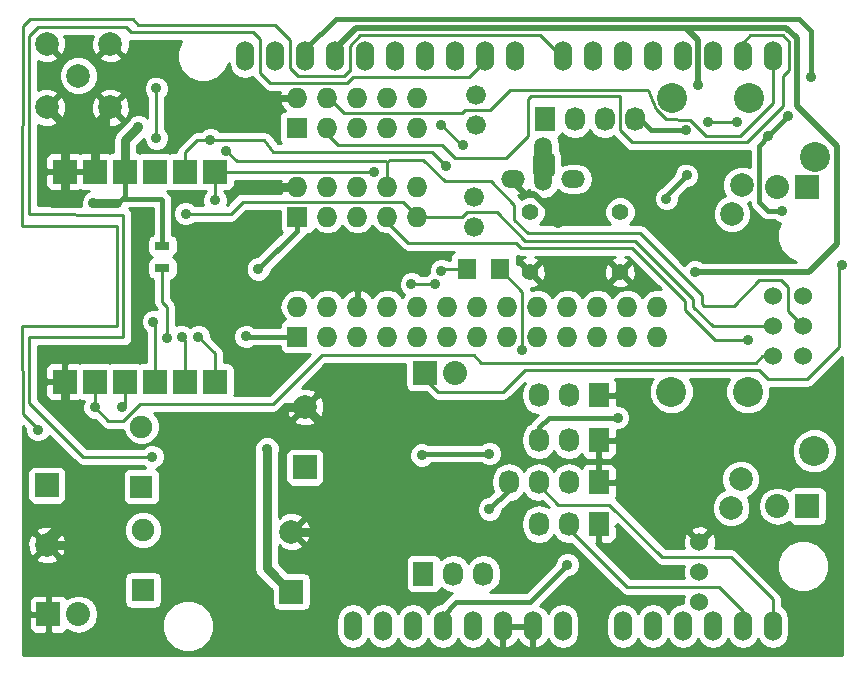
<source format=gbr>
G04 #@! TF.FileFunction,Copper,L1,Top,Signal*
%FSLAX46Y46*%
G04 Gerber Fmt 4.6, Leading zero omitted, Abs format (unit mm)*
G04 Created by KiCad (PCBNEW (2014-12-08 BZR 5317)-product) date mar. 23 déc. 2014 09:04:43 CET*
%MOMM*%
G01*
G04 APERTURE LIST*
%ADD10C,0.100000*%
%ADD11C,0.762000*%
%ADD12R,1.597660X1.800860*%
%ADD13C,1.676400*%
%ADD14C,2.540000*%
%ADD15C,1.998980*%
%ADD16R,2.032000X2.032000*%
%ADD17O,2.032000X2.032000*%
%ADD18R,1.727200X1.727200*%
%ADD19O,1.727200X1.727200*%
%ADD20R,1.727200X2.032000*%
%ADD21O,1.727200X2.032000*%
%ADD22O,1.501140X1.998980*%
%ADD23O,1.998980X1.501140*%
%ADD24R,1.300000X0.700000*%
%ADD25C,1.397000*%
%ADD26C,1.524000*%
%ADD27O,1.524000X2.540000*%
%ADD28R,1.905000X1.905000*%
%ADD29C,1.905000*%
%ADD30R,1.998980X1.998980*%
%ADD31C,0.889000*%
%ADD32C,0.500000*%
%ADD33C,0.800000*%
%ADD34C,0.254000*%
%ADD35C,0.400000*%
G04 APERTURE END LIST*
D10*
D11*
X140208000Y-70866000D02*
X140208000Y-70231000D01*
X140779500Y-71120000D02*
X140779500Y-69850000D01*
X139636500Y-71120000D02*
X139636500Y-69850000D01*
D12*
X136547860Y-79375000D03*
X133708140Y-79375000D03*
D13*
X134493000Y-64643000D03*
X134493000Y-67183000D03*
X134366000Y-73279000D03*
X134366000Y-75819000D03*
D14*
X163136580Y-94772480D03*
X151036020Y-89758520D03*
X157528260Y-89758520D03*
D15*
X156105860Y-99578160D03*
X156916120Y-97142300D03*
D14*
X163200080Y-69880480D03*
X151099520Y-64866520D03*
X157591760Y-64866520D03*
D15*
X156169360Y-74686160D03*
X156979620Y-72250300D03*
D16*
X98298000Y-108585000D03*
D17*
X100838000Y-108585000D03*
D18*
X119316500Y-67437000D03*
D19*
X119316500Y-64897000D03*
X121856500Y-67437000D03*
X121856500Y-64897000D03*
X124396500Y-67437000D03*
X124396500Y-64897000D03*
X126936500Y-67437000D03*
X126936500Y-64897000D03*
X129476500Y-67437000D03*
X129476500Y-64897000D03*
D20*
X140335000Y-66675000D03*
D21*
X142875000Y-66675000D03*
X145415000Y-66675000D03*
X147955000Y-66675000D03*
D18*
X119380000Y-74930000D03*
D19*
X119380000Y-72390000D03*
X121920000Y-74930000D03*
X121920000Y-72390000D03*
X124460000Y-74930000D03*
X124460000Y-72390000D03*
X127000000Y-74930000D03*
X127000000Y-72390000D03*
X129540000Y-74930000D03*
X129540000Y-72390000D03*
D18*
X119380000Y-85090000D03*
D19*
X119380000Y-82550000D03*
X121920000Y-85090000D03*
X121920000Y-82550000D03*
X124460000Y-85090000D03*
X124460000Y-82550000D03*
X127000000Y-85090000D03*
X127000000Y-82550000D03*
X129540000Y-85090000D03*
X129540000Y-82550000D03*
X132080000Y-85090000D03*
X132080000Y-82550000D03*
X134620000Y-85090000D03*
X134620000Y-82550000D03*
X137160000Y-85090000D03*
X137160000Y-82550000D03*
X139700000Y-85090000D03*
X139700000Y-82550000D03*
X142240000Y-85090000D03*
X142240000Y-82550000D03*
X144780000Y-85090000D03*
X144780000Y-82550000D03*
X147320000Y-85090000D03*
X147320000Y-82550000D03*
X149860000Y-85090000D03*
X149860000Y-82550000D03*
D15*
X100838000Y-62992000D03*
X98137980Y-60291980D03*
X98137980Y-65692020D03*
X103538020Y-65692020D03*
X103538020Y-60291980D03*
D20*
X130048000Y-105156000D03*
D21*
X132588000Y-105156000D03*
X135128000Y-105156000D03*
D16*
X162560000Y-99441000D03*
D17*
X160020000Y-99441000D03*
D16*
X162560000Y-72390000D03*
D17*
X160020000Y-72390000D03*
D20*
X144907000Y-100965000D03*
D21*
X142367000Y-100965000D03*
X139827000Y-100965000D03*
D20*
X144907000Y-97409000D03*
D21*
X142367000Y-97409000D03*
X139827000Y-97409000D03*
X137287000Y-97409000D03*
D20*
X144907000Y-93853000D03*
D21*
X142367000Y-93853000D03*
X139827000Y-93853000D03*
D20*
X144907000Y-90043000D03*
D21*
X142367000Y-90043000D03*
X139827000Y-90043000D03*
D22*
X140208000Y-69215000D03*
D23*
X137668000Y-71755000D03*
X142748000Y-71755000D03*
D22*
X140208000Y-71755000D03*
D24*
X107950000Y-77409000D03*
X107950000Y-79309000D03*
D25*
X146685000Y-74549000D03*
X146685000Y-79629000D03*
X139065000Y-74549000D03*
X139065000Y-79629000D03*
D26*
X153416000Y-107569000D03*
X153416000Y-105029000D03*
X153416000Y-102489000D03*
D16*
X99695000Y-88900000D03*
X102235000Y-88900000D03*
X104775000Y-88900000D03*
X107315000Y-88900000D03*
X109855000Y-88900000D03*
X112395000Y-88900000D03*
X112395000Y-71120000D03*
X109855000Y-71120000D03*
X107315000Y-71120000D03*
X104775000Y-71120000D03*
X102235000Y-71120000D03*
X99695000Y-71120000D03*
D27*
X159639000Y-109601000D03*
X157099000Y-109601000D03*
X154559000Y-109601000D03*
X146939000Y-109601000D03*
X149479000Y-109601000D03*
X152019000Y-109601000D03*
X141859000Y-109601000D03*
X139319000Y-109601000D03*
X136779000Y-109601000D03*
X131699000Y-109601000D03*
X129159000Y-109601000D03*
X159639000Y-61341000D03*
X157099000Y-61341000D03*
X154559000Y-61341000D03*
X152019000Y-61341000D03*
X149479000Y-61341000D03*
X146939000Y-61341000D03*
X144399000Y-61341000D03*
X141859000Y-61341000D03*
X137795000Y-61341000D03*
X135255000Y-61341000D03*
X132715000Y-61341000D03*
X130175000Y-61341000D03*
X127635000Y-61341000D03*
X125095000Y-61341000D03*
X122555000Y-61341000D03*
X120015000Y-61341000D03*
X134239000Y-109601000D03*
X117475000Y-61341000D03*
X114935000Y-61341000D03*
X126619000Y-109601000D03*
X124079000Y-109601000D03*
D26*
X159639000Y-81661000D03*
X162179000Y-81661000D03*
X159639000Y-84201000D03*
X162179000Y-84201000D03*
X159639000Y-86741000D03*
X162179000Y-86741000D03*
D28*
X106172000Y-97790000D03*
D29*
X106172000Y-92710000D03*
D28*
X106299000Y-106553000D03*
D29*
X106299000Y-101473000D03*
D16*
X130175000Y-88138000D03*
D17*
X132715000Y-88138000D03*
D30*
X98171000Y-97663000D03*
D15*
X98171000Y-102743000D03*
D30*
X120015000Y-96139000D03*
D15*
X120015000Y-91059000D03*
D30*
X118872000Y-106680000D03*
D15*
X118872000Y-101600000D03*
D31*
X153289000Y-63754000D03*
X153035000Y-79629000D03*
X111201200Y-101981000D03*
X99695000Y-73787000D03*
X102336600Y-94183200D03*
X98869500Y-94792800D03*
X116205000Y-72326500D03*
X116014500Y-67183000D03*
X141478000Y-75438000D03*
X100076000Y-91186000D03*
X112522000Y-65659000D03*
X127762000Y-80645000D03*
X112014000Y-92456000D03*
X115036600Y-85077300D03*
X105918000Y-67335400D03*
X116801900Y-94602300D03*
X142240000Y-104394000D03*
X102108000Y-73787000D03*
X131572000Y-79502000D03*
X165481000Y-78994000D03*
X154178000Y-66929000D03*
X156591000Y-66929000D03*
X131064000Y-80645000D03*
X129032000Y-80645000D03*
X157543500Y-85407500D03*
X125857000Y-71120000D03*
X112395000Y-73533000D03*
X104521000Y-91059000D03*
X97409000Y-92964000D03*
X108331000Y-85217000D03*
X102235000Y-91059000D03*
X107188000Y-83820000D03*
X107442000Y-68262500D03*
X107442000Y-64071500D03*
X113347500Y-69342000D03*
X109601000Y-85090000D03*
X109918500Y-74676000D03*
X110998000Y-85090000D03*
X131953000Y-70612000D03*
X133413500Y-68897500D03*
X131572000Y-67183000D03*
X112014000Y-68453000D03*
X107061000Y-95250000D03*
X160401000Y-74422000D03*
X159258000Y-68072000D03*
X160909000Y-66421000D03*
X162877500Y-63119000D03*
X116065300Y-79387700D03*
X152273000Y-67627500D03*
X152336500Y-71437500D03*
X150622000Y-73406000D03*
X146494500Y-91948000D03*
X138430000Y-86233000D03*
X129921000Y-95123000D03*
X135636000Y-94996000D03*
X135636000Y-99695000D03*
D32*
X122555000Y-61341000D02*
X122555000Y-60325000D01*
X152273000Y-58928000D02*
X153289000Y-59944000D01*
X153289000Y-59944000D02*
X153289000Y-63754000D01*
X122555000Y-61341000D02*
X122555000Y-60706000D01*
X160782000Y-58928000D02*
X161671000Y-59817000D01*
X161671000Y-59817000D02*
X161671000Y-65532000D01*
X161671000Y-65532000D02*
X165100000Y-68961000D01*
X165100000Y-68961000D02*
X165100000Y-77216000D01*
X165100000Y-77216000D02*
X162687000Y-79629000D01*
X162687000Y-79629000D02*
X153035000Y-79629000D01*
X152273000Y-58928000D02*
X160782000Y-58928000D01*
X124333000Y-58928000D02*
X152273000Y-58928000D01*
X122555000Y-60706000D02*
X124333000Y-58928000D01*
D33*
X102235000Y-71120000D02*
X102235000Y-68630800D01*
X103115526Y-67750274D02*
X103115526Y-66114514D01*
X102235000Y-68630800D02*
X103115526Y-67750274D01*
D32*
X103115526Y-66114514D02*
X103538020Y-65692020D01*
D33*
X110439200Y-101346000D02*
X110566200Y-101346000D01*
X110566200Y-101346000D02*
X111201200Y-101981000D01*
X98171000Y-102743000D02*
X102717600Y-102743000D01*
X110439200Y-94030800D02*
X112014000Y-92456000D01*
X110439200Y-101346000D02*
X110439200Y-94030800D01*
X107924600Y-103860600D02*
X110439200Y-101346000D01*
X103835200Y-103860600D02*
X107924600Y-103860600D01*
X102717600Y-102743000D02*
X103835200Y-103860600D01*
X99695000Y-73787000D02*
X99695000Y-67249040D01*
X99695000Y-67249040D02*
X98137980Y-65692020D01*
D32*
X98171000Y-102743000D02*
X98171000Y-102158800D01*
D33*
X98171000Y-102158800D02*
X100698300Y-99631500D01*
X100076000Y-91922600D02*
X100076000Y-91186000D01*
X102336600Y-94183200D02*
X100076000Y-91922600D01*
X100698300Y-96621600D02*
X98869500Y-94792800D01*
X100698300Y-99631500D02*
X100698300Y-96621600D01*
X118872000Y-101600000D02*
X120789700Y-101600000D01*
X120789700Y-101600000D02*
X122986800Y-99402900D01*
X122986800Y-99402900D02*
X122986800Y-94030800D01*
X122986800Y-94030800D02*
X120015000Y-91059000D01*
X119380000Y-72390000D02*
X115951000Y-72390000D01*
D32*
X116014500Y-72326500D02*
X116205000Y-72326500D01*
X115951000Y-72390000D02*
X116014500Y-72326500D01*
X119316500Y-64897000D02*
X116141500Y-64897000D01*
X116014500Y-65024000D02*
X116014500Y-67183000D01*
X116141500Y-64897000D02*
X116014500Y-65024000D01*
X138684000Y-73025000D02*
X139446000Y-73025000D01*
X139446000Y-73025000D02*
X141605000Y-75184000D01*
X141605000Y-75184000D02*
X141605000Y-75311000D01*
X141605000Y-75311000D02*
X141478000Y-75438000D01*
X137668000Y-72009000D02*
X138684000Y-73025000D01*
X137668000Y-71755000D02*
X137668000Y-72009000D01*
X100076000Y-91186000D02*
X99695000Y-90805000D01*
D33*
X99695000Y-90805000D02*
X99695000Y-88900000D01*
X116014500Y-67183000D02*
X112522000Y-67183000D01*
X112522000Y-67183000D02*
X112522000Y-65659000D01*
D32*
X116014500Y-67183000D02*
X116014500Y-67183000D01*
D33*
X99695000Y-71120000D02*
X99695000Y-73787000D01*
D34*
X124460000Y-81407000D02*
X124460000Y-82550000D01*
X125222000Y-80645000D02*
X124460000Y-81407000D01*
X127762000Y-80645000D02*
X125222000Y-80645000D01*
D33*
X118491000Y-91059000D02*
X116967000Y-92583000D01*
X116967000Y-92583000D02*
X112141000Y-92583000D01*
X120015000Y-91059000D02*
X118491000Y-91059000D01*
D32*
X112141000Y-92583000D02*
X112014000Y-92456000D01*
D35*
X107950000Y-77409000D02*
X107950000Y-73533000D01*
X107823000Y-73406000D02*
X104521000Y-73406000D01*
X107950000Y-73533000D02*
X107823000Y-73406000D01*
X119380000Y-85090000D02*
X115049300Y-85090000D01*
X115049300Y-85090000D02*
X115036600Y-85077300D01*
D33*
X105918000Y-67335400D02*
X104775000Y-68478400D01*
X104775000Y-68478400D02*
X104775000Y-71120000D01*
D35*
X118872000Y-106680000D02*
X118783100Y-106680000D01*
D33*
X118783100Y-106680000D02*
X116776500Y-104673400D01*
D35*
X116776500Y-94627700D02*
X116801900Y-94602300D01*
D33*
X116776500Y-104673400D02*
X116776500Y-94627700D01*
D35*
X131699000Y-108712000D02*
X131699000Y-109601000D01*
X142240000Y-104394000D02*
X139065000Y-107569000D01*
X139065000Y-107569000D02*
X132842000Y-107569000D01*
X132842000Y-107569000D02*
X131699000Y-108712000D01*
X104394000Y-71501000D02*
X104775000Y-71120000D01*
X104775000Y-73152000D02*
X104521000Y-73406000D01*
X104521000Y-73406000D02*
X104140000Y-73787000D01*
X104775000Y-71120000D02*
X104775000Y-73152000D01*
D33*
X104140000Y-73787000D02*
X102108000Y-73787000D01*
D34*
X131572000Y-79502000D02*
X131699000Y-79375000D01*
X131699000Y-79375000D02*
X133708140Y-79375000D01*
X123317000Y-66167000D02*
X133286500Y-66167000D01*
X133286500Y-66167000D02*
X133540500Y-65913000D01*
X133540500Y-65913000D02*
X135699500Y-65913000D01*
X135699500Y-65913000D02*
X137414000Y-64198500D01*
X137414000Y-64198500D02*
X149034500Y-64198500D01*
X149703387Y-65824308D02*
X150621504Y-66707516D01*
X149034500Y-64198500D02*
X149703387Y-65824308D01*
X150621504Y-66707516D02*
X152654000Y-66738500D01*
X152654000Y-66738500D02*
X153987500Y-68072000D01*
X153987500Y-68072000D02*
X156845000Y-68072000D01*
X156845000Y-68072000D02*
X159639000Y-65278000D01*
X159639000Y-65278000D02*
X159639000Y-61341000D01*
X122047000Y-64897000D02*
X123317000Y-66167000D01*
X121856500Y-64897000D02*
X122047000Y-64897000D01*
X130175000Y-88138000D02*
X130175000Y-88646000D01*
X131318000Y-89789000D02*
X136779000Y-89789000D01*
X136779000Y-89789000D02*
X138684000Y-87884000D01*
X138684000Y-87884000D02*
X158496000Y-87884000D01*
X158496000Y-87884000D02*
X159258000Y-88646000D01*
X159258000Y-88646000D02*
X162560000Y-88646000D01*
X162560000Y-88646000D02*
X165227000Y-85979000D01*
X165227000Y-85979000D02*
X165227000Y-79248000D01*
X165227000Y-79248000D02*
X165481000Y-78994000D01*
X130175000Y-88646000D02*
X131318000Y-89789000D01*
X156591000Y-66929000D02*
X154178000Y-66929000D01*
X131064000Y-80645000D02*
X129032000Y-80645000D01*
X138874500Y-66294000D02*
X138938000Y-66230500D01*
X138874500Y-68135500D02*
X138874500Y-66294000D01*
X137033000Y-69977000D02*
X138874500Y-68135500D01*
X132715000Y-69977000D02*
X137033000Y-69977000D01*
X131635500Y-68897500D02*
X132715000Y-69977000D01*
X122809000Y-68897500D02*
X131635500Y-68897500D01*
X121856500Y-67945000D02*
X122809000Y-68897500D01*
X121856500Y-67437000D02*
X121856500Y-67945000D01*
X138874500Y-64960500D02*
X139128498Y-64706502D01*
X146685000Y-64706502D02*
X146685000Y-64706502D01*
X146685000Y-64706502D02*
X146685000Y-64706502D01*
X139128498Y-64706502D02*
X146685000Y-64706502D01*
X146685000Y-64706502D02*
X146685000Y-64833500D01*
X138874500Y-66294000D02*
X138874500Y-64960500D01*
X146685000Y-67627500D02*
X147701000Y-68643500D01*
X147701000Y-68643500D02*
X157543500Y-68643500D01*
X157480000Y-68643500D02*
X157416500Y-68643500D01*
X157543500Y-68643500D02*
X157480000Y-68643500D01*
X146685000Y-64706502D02*
X146685000Y-67627500D01*
X157099000Y-60198000D02*
X157099000Y-61341000D01*
X157480000Y-68580000D02*
X160528000Y-65532000D01*
X160528000Y-65532000D02*
X160528000Y-63055500D01*
X160528000Y-63055500D02*
X161036000Y-62547500D01*
X161036000Y-62547500D02*
X161036000Y-60134500D01*
X161036000Y-60134500D02*
X160460502Y-59559002D01*
X160460502Y-59559002D02*
X157737998Y-59559002D01*
X157737998Y-59559002D02*
X157099000Y-60198000D01*
X157480000Y-68643500D02*
X157480000Y-68580000D01*
X127000000Y-74930000D02*
X127000000Y-75374500D01*
X127000000Y-75374500D02*
X128778000Y-77152500D01*
X154749500Y-85407500D02*
X157543500Y-85407500D01*
X152209500Y-82867500D02*
X154749500Y-85407500D01*
X152209500Y-82105500D02*
X152209500Y-82867500D01*
X147701000Y-77597000D02*
X152209500Y-82105500D01*
X138303000Y-77597000D02*
X147701000Y-77597000D01*
X137858500Y-77152500D02*
X138303000Y-77597000D01*
X128778000Y-77152500D02*
X137858500Y-77152500D01*
X112395000Y-73533000D02*
X112395000Y-71120000D01*
X125476000Y-71120000D02*
X125857000Y-71120000D01*
X112395000Y-71120000D02*
X125476000Y-71120000D01*
X104775000Y-90805000D02*
X104521000Y-91059000D01*
X104775000Y-88900000D02*
X104775000Y-90805000D01*
X123823314Y-62609312D02*
X123825000Y-62610998D01*
X123823314Y-62420500D02*
X123823314Y-62609312D01*
X123823314Y-60453686D02*
X123823314Y-62420500D01*
X124717998Y-59559002D02*
X123823314Y-60453686D01*
X139950002Y-59559002D02*
X124717998Y-59559002D01*
X141732000Y-61341000D02*
X139950002Y-59559002D01*
X141859000Y-61341000D02*
X141732000Y-61341000D01*
X123823314Y-62549186D02*
X123317000Y-63055500D01*
X123317000Y-63055500D02*
X119443500Y-63055500D01*
X119443500Y-63055500D02*
X118745000Y-62357000D01*
X118745000Y-62357000D02*
X118745000Y-59944000D01*
X118745000Y-59944000D02*
X117475000Y-58674000D01*
X107696000Y-58674000D02*
X107505500Y-58674000D01*
X117475000Y-58674000D02*
X107696000Y-58674000D01*
X123823314Y-62420500D02*
X123823314Y-62549186D01*
X105918000Y-58674000D02*
X105473500Y-58229500D01*
X105473500Y-58229500D02*
X96710500Y-58229500D01*
X96710500Y-58229500D02*
X96138998Y-58801002D01*
X96138998Y-58801002D02*
X96075500Y-75692000D01*
X96075500Y-75692000D02*
X104076500Y-75692000D01*
X104076500Y-75692000D02*
X104076500Y-84201000D01*
X104076500Y-84201000D02*
X96075500Y-84201000D01*
X96075500Y-84201000D02*
X96138998Y-91630498D01*
X96138998Y-91630498D02*
X97409000Y-92900500D01*
X97409000Y-92900500D02*
X97409000Y-92964000D01*
X107696000Y-58674000D02*
X105918000Y-58674000D01*
X107950000Y-79309000D02*
X107950000Y-82169000D01*
X108331000Y-82550000D02*
X108331000Y-85217000D01*
X107950000Y-82169000D02*
X108331000Y-82550000D01*
X139827000Y-87312500D02*
X134937500Y-87312500D01*
X103378000Y-92202000D02*
X102235000Y-91059000D01*
X104648000Y-92202000D02*
X103378000Y-92202000D01*
X106045000Y-90805000D02*
X104648000Y-92202000D01*
X117297200Y-90805000D02*
X106045000Y-90805000D01*
X121424700Y-86677500D02*
X117297200Y-90805000D01*
X128079500Y-86677500D02*
X121424700Y-86677500D01*
X134302500Y-86677500D02*
X128079500Y-86677500D01*
X134937500Y-87312500D02*
X134302500Y-86677500D01*
X159639000Y-86741000D02*
X158750000Y-86741000D01*
X158178500Y-87312500D02*
X139827000Y-87312500D01*
X139827000Y-87312500D02*
X139763500Y-87312500D01*
X158750000Y-86741000D02*
X158178500Y-87312500D01*
X102235000Y-88900000D02*
X102235000Y-91059000D01*
X107188000Y-83820000D02*
X107315000Y-83947000D01*
X107315000Y-83947000D02*
X107315000Y-88900000D01*
X107442000Y-64071500D02*
X107442000Y-68262500D01*
X127000000Y-72390000D02*
X127000000Y-70294500D01*
X160909000Y-82931000D02*
X162179000Y-84201000D01*
X160909000Y-80899000D02*
X160909000Y-82931000D01*
X160337500Y-80327500D02*
X160909000Y-80899000D01*
X158496000Y-80327500D02*
X160337500Y-80327500D01*
X156337000Y-82486500D02*
X158496000Y-80327500D01*
X153797000Y-82486500D02*
X156337000Y-82486500D01*
X153606500Y-82296000D02*
X153797000Y-82486500D01*
X153606500Y-81534000D02*
X153606500Y-82296000D01*
X148399500Y-76327000D02*
X153606500Y-81534000D01*
X138874500Y-76327000D02*
X148399500Y-76327000D01*
X137731500Y-75184000D02*
X138874500Y-76327000D01*
X137731500Y-73914000D02*
X137731500Y-75184000D01*
X135763000Y-71945500D02*
X137731500Y-73914000D01*
X131889500Y-71945500D02*
X135763000Y-71945500D01*
X130048000Y-70104000D02*
X131889500Y-71945500D01*
X127190500Y-70104000D02*
X130048000Y-70104000D01*
X127000000Y-70294500D02*
X127190500Y-70104000D01*
X114617500Y-70231000D02*
X114236500Y-70231000D01*
X127000000Y-70358000D02*
X126873000Y-70231000D01*
X126873000Y-70231000D02*
X114617500Y-70231000D01*
X127000000Y-72390000D02*
X127000000Y-70358000D01*
X114236500Y-70231000D02*
X113347500Y-69342000D01*
X109855000Y-85344000D02*
X109855000Y-88900000D01*
X109601000Y-85090000D02*
X109855000Y-85344000D01*
X129540000Y-74930000D02*
X133350000Y-74930000D01*
X154559000Y-84201000D02*
X159639000Y-84201000D01*
X152908000Y-82550000D02*
X154559000Y-84201000D01*
X152908000Y-81915000D02*
X152908000Y-82550000D01*
X147955000Y-76962000D02*
X152908000Y-81915000D01*
X138684000Y-76962000D02*
X147955000Y-76962000D01*
X136271000Y-74549000D02*
X138684000Y-76962000D01*
X133731000Y-74549000D02*
X136271000Y-74549000D01*
X133350000Y-74930000D02*
X133731000Y-74549000D01*
X112395000Y-88900000D02*
X112395000Y-86487000D01*
X112395000Y-86487000D02*
X110998000Y-85090000D01*
X129540000Y-74930000D02*
X129540000Y-74866500D01*
X129540000Y-74866500D02*
X128333500Y-73660000D01*
X113728500Y-74676000D02*
X109918500Y-74676000D01*
X114744500Y-73660000D02*
X113728500Y-74676000D01*
X128333500Y-73660000D02*
X114744500Y-73660000D01*
X112395000Y-86487000D02*
X110998000Y-85090000D01*
X116586000Y-68453000D02*
X112014000Y-68453000D01*
X117348000Y-69469000D02*
X116586000Y-68453000D01*
X130810000Y-69469000D02*
X117348000Y-69469000D01*
X131953000Y-70612000D02*
X130810000Y-69469000D01*
X133286500Y-68897500D02*
X133413500Y-68897500D01*
X131572000Y-67183000D02*
X133286500Y-68897500D01*
X109855000Y-69469000D02*
X110871000Y-68453000D01*
X110871000Y-68453000D02*
X112014000Y-68453000D01*
X109855000Y-71120000D02*
X109855000Y-69469000D01*
X157099000Y-108331000D02*
X157099000Y-109601000D01*
X155067000Y-106299000D02*
X157099000Y-108331000D01*
X147320000Y-106299000D02*
X155067000Y-106299000D01*
X142367000Y-101346000D02*
X147320000Y-106299000D01*
X142367000Y-100965000D02*
X142367000Y-101346000D01*
X141478000Y-99314000D02*
X145796000Y-99314000D01*
X145796000Y-99314000D02*
X150241000Y-103759000D01*
X150241000Y-103759000D02*
X156083000Y-103759000D01*
X156083000Y-103759000D02*
X159639000Y-107315000D01*
X159639000Y-107315000D02*
X159639000Y-109601000D01*
X139827000Y-97663000D02*
X141478000Y-99314000D01*
X139827000Y-97409000D02*
X139827000Y-97663000D01*
X135255000Y-61341000D02*
X135255000Y-61722000D01*
X133921500Y-63119000D02*
X124079000Y-63119000D01*
X124079000Y-63119000D02*
X123571000Y-63627000D01*
X123571000Y-63627000D02*
X117094000Y-63627000D01*
X117094000Y-63627000D02*
X116205000Y-62738000D01*
X116205000Y-62738000D02*
X116205000Y-59880502D01*
X116205000Y-59880502D02*
X115633498Y-59309000D01*
X112839500Y-59309000D02*
X112776000Y-59309000D01*
X115633498Y-59309000D02*
X112839500Y-59309000D01*
X135255000Y-61785500D02*
X133921500Y-63119000D01*
X135255000Y-61341000D02*
X135255000Y-61785500D01*
X105283000Y-59309000D02*
X104838500Y-58864500D01*
X104838500Y-58864500D02*
X97409000Y-58864500D01*
X97409000Y-58864500D02*
X96647000Y-59626500D01*
X96647000Y-59626500D02*
X96647000Y-74739500D01*
X96647000Y-74739500D02*
X104648000Y-74803000D01*
X104648000Y-74803000D02*
X104648000Y-85153500D01*
X104648000Y-85153500D02*
X96647000Y-85153500D01*
X96647000Y-85153500D02*
X96647000Y-90678000D01*
X96647000Y-90678000D02*
X101219000Y-95250000D01*
X101219000Y-95250000D02*
X107061000Y-95250000D01*
X112839500Y-59309000D02*
X105283000Y-59309000D01*
D35*
X160401000Y-74422000D02*
X159258000Y-74422000D01*
X159258000Y-74422000D02*
X158496000Y-73660000D01*
X158496000Y-68961000D02*
X159258000Y-68072000D01*
X158496000Y-73660000D02*
X158496000Y-68961000D01*
X160909000Y-66421000D02*
X159385000Y-67945000D01*
X159385000Y-67945000D02*
X159258000Y-68072000D01*
X162877500Y-59182000D02*
X162877500Y-63119000D01*
X161861500Y-58166000D02*
X162877500Y-59182000D01*
X122618500Y-58166000D02*
X161861500Y-58166000D01*
X120015000Y-60769500D02*
X122618500Y-58166000D01*
X120015000Y-61341000D02*
X120015000Y-60769500D01*
X119380000Y-76123800D02*
X119380000Y-74930000D01*
X116065300Y-79387700D02*
X119380000Y-76123800D01*
X149352000Y-67627500D02*
X152273000Y-67627500D01*
X152336500Y-71437500D02*
X150622000Y-73152000D01*
X150622000Y-73152000D02*
X150622000Y-73406000D01*
X148399500Y-66675000D02*
X149352000Y-67627500D01*
X139827000Y-92773500D02*
X139827000Y-93853000D01*
X140652500Y-91948000D02*
X139827000Y-92773500D01*
X146494500Y-91948000D02*
X140652500Y-91948000D01*
X147955000Y-66675000D02*
X148399500Y-66675000D01*
D34*
X138430000Y-81280000D02*
X138430000Y-86233000D01*
X136547860Y-79397860D02*
X138430000Y-81280000D01*
D35*
X136547860Y-79375000D02*
X136547860Y-79397860D01*
X129921000Y-95123000D02*
X130048000Y-94996000D01*
X130048000Y-94996000D02*
X135636000Y-94996000D01*
X137287000Y-98044000D02*
X137287000Y-97409000D01*
X135636000Y-99695000D02*
X137287000Y-98044000D01*
X135953500Y-78780640D02*
X136547860Y-79375000D01*
D34*
G36*
X119463500Y-65024000D02*
X119443500Y-65024000D01*
X119443500Y-65044000D01*
X119189500Y-65044000D01*
X119189500Y-65024000D01*
X117982683Y-65024000D01*
X117861542Y-65256026D01*
X118033812Y-65671947D01*
X118293834Y-65956821D01*
X118210777Y-65972937D01*
X117997973Y-66112727D01*
X117855523Y-66323760D01*
X117805460Y-66573400D01*
X117805460Y-68300600D01*
X117852437Y-68542723D01*
X117960349Y-68707000D01*
X117729000Y-68707000D01*
X117195600Y-67995800D01*
X117155061Y-67959452D01*
X117124815Y-67914185D01*
X117045375Y-67861104D01*
X116974234Y-67797318D01*
X116922872Y-67779251D01*
X116877605Y-67749004D01*
X116783894Y-67730363D01*
X116693763Y-67698659D01*
X116639400Y-67701621D01*
X116586000Y-67691000D01*
X112778641Y-67691000D01*
X112626286Y-67538378D01*
X112229668Y-67373687D01*
X111800216Y-67373313D01*
X111403311Y-67537311D01*
X111249353Y-67691000D01*
X110871000Y-67691000D01*
X110579395Y-67749004D01*
X110332185Y-67914185D01*
X109316185Y-68930185D01*
X109151004Y-69177395D01*
X109095474Y-69456560D01*
X108839000Y-69456560D01*
X108596877Y-69503537D01*
X108586331Y-69510464D01*
X108580640Y-69506623D01*
X108331000Y-69456560D01*
X106299000Y-69456560D01*
X106056877Y-69503537D01*
X106046331Y-69510464D01*
X106040640Y-69506623D01*
X105810000Y-69460370D01*
X105810000Y-68907111D01*
X106362418Y-68354692D01*
X106362313Y-68476284D01*
X106526311Y-68873189D01*
X106829714Y-69177122D01*
X107226332Y-69341813D01*
X107655784Y-69342187D01*
X108052689Y-69178189D01*
X108356622Y-68874786D01*
X108521313Y-68478168D01*
X108521687Y-68048716D01*
X108357689Y-67651811D01*
X108204000Y-67497853D01*
X108204000Y-64836141D01*
X108356622Y-64683786D01*
X108521313Y-64287168D01*
X108521687Y-63857716D01*
X108357689Y-63460811D01*
X108054286Y-63156878D01*
X107657668Y-62992187D01*
X107228216Y-62991813D01*
X106831311Y-63155811D01*
X106527378Y-63459214D01*
X106362687Y-63855832D01*
X106362313Y-64285284D01*
X106526311Y-64682189D01*
X106680000Y-64836146D01*
X106680000Y-66570753D01*
X106530286Y-66420778D01*
X106133668Y-66256087D01*
X105704216Y-66255713D01*
X105307311Y-66419711D01*
X105183421Y-66543384D01*
X105183421Y-65956438D01*
X105159361Y-65306643D01*
X104956985Y-64818062D01*
X104690183Y-64719463D01*
X104510577Y-64899068D01*
X104510577Y-64539857D01*
X104510577Y-61444143D01*
X103538020Y-60471585D01*
X102565463Y-61444143D01*
X102664062Y-61710945D01*
X103273602Y-61937381D01*
X103923397Y-61913321D01*
X104411978Y-61710945D01*
X104510577Y-61444143D01*
X104510577Y-64539857D01*
X104411978Y-64273055D01*
X103802438Y-64046619D01*
X103152643Y-64070679D01*
X102664062Y-64273055D01*
X102565463Y-64539857D01*
X103538020Y-65512415D01*
X104510577Y-64539857D01*
X104510577Y-64899068D01*
X103717625Y-65692020D01*
X104690183Y-66664577D01*
X104956985Y-66565978D01*
X105183421Y-65956438D01*
X105183421Y-66543384D01*
X105003378Y-66723114D01*
X104958502Y-66831186D01*
X104510577Y-67279111D01*
X104510577Y-66844183D01*
X103538020Y-65871625D01*
X103358415Y-66051230D01*
X103358415Y-65692020D01*
X102472774Y-64806379D01*
X102472774Y-62668306D01*
X102224462Y-62067345D01*
X101765073Y-61607154D01*
X101164547Y-61357794D01*
X100514306Y-61357226D01*
X99913345Y-61605538D01*
X99453154Y-62064927D01*
X99203794Y-62665453D01*
X99203226Y-63315694D01*
X99451538Y-63916655D01*
X99910927Y-64376846D01*
X100511453Y-64626206D01*
X101161694Y-64626774D01*
X101762655Y-64378462D01*
X102222846Y-63919073D01*
X102472206Y-63318547D01*
X102472774Y-62668306D01*
X102472774Y-64806379D01*
X102385857Y-64719463D01*
X102119055Y-64818062D01*
X101892619Y-65427602D01*
X101916679Y-66077397D01*
X102119055Y-66565978D01*
X102385857Y-66664577D01*
X103358415Y-65692020D01*
X103358415Y-66051230D01*
X102565463Y-66844183D01*
X102664062Y-67110985D01*
X103273602Y-67337421D01*
X103923397Y-67313361D01*
X104411978Y-67110985D01*
X104510577Y-66844183D01*
X104510577Y-67279111D01*
X104043144Y-67746544D01*
X103818785Y-68082323D01*
X103739999Y-68478400D01*
X103740000Y-68478405D01*
X103740000Y-69460246D01*
X103516877Y-69503537D01*
X103495148Y-69517810D01*
X103377310Y-69469000D01*
X103124691Y-69469000D01*
X102520750Y-69469000D01*
X102362000Y-69627750D01*
X102362000Y-70993000D01*
X102382000Y-70993000D01*
X102382000Y-71247000D01*
X102362000Y-71247000D01*
X102362000Y-71267000D01*
X102108000Y-71267000D01*
X102108000Y-71247000D01*
X102108000Y-70993000D01*
X102108000Y-69627750D01*
X101949250Y-69469000D01*
X101345309Y-69469000D01*
X101092690Y-69469000D01*
X100965000Y-69521890D01*
X100837310Y-69469000D01*
X100584691Y-69469000D01*
X99980750Y-69469000D01*
X99822000Y-69627750D01*
X99822000Y-70993000D01*
X100742750Y-70993000D01*
X101187250Y-70993000D01*
X102108000Y-70993000D01*
X102108000Y-71247000D01*
X101187250Y-71247000D01*
X100742750Y-71247000D01*
X99822000Y-71247000D01*
X99822000Y-72612250D01*
X99980750Y-72771000D01*
X100584691Y-72771000D01*
X100837310Y-72771000D01*
X100965000Y-72718109D01*
X101092690Y-72771000D01*
X101345309Y-72771000D01*
X101740081Y-72771000D01*
X101497311Y-72871311D01*
X101193378Y-73174714D01*
X101028687Y-73571332D01*
X101028313Y-74000784D01*
X101033065Y-74012286D01*
X99783381Y-74002367D01*
X99783381Y-65956438D01*
X99759321Y-65306643D01*
X99556945Y-64818062D01*
X99290143Y-64719463D01*
X98317585Y-65692020D01*
X99290143Y-66664577D01*
X99556945Y-66565978D01*
X99783381Y-65956438D01*
X99783381Y-74002367D01*
X99568000Y-74000658D01*
X99568000Y-72612250D01*
X99568000Y-71247000D01*
X99568000Y-70993000D01*
X99568000Y-69627750D01*
X99409250Y-69469000D01*
X98805309Y-69469000D01*
X98552690Y-69469000D01*
X98319301Y-69565673D01*
X98140673Y-69744302D01*
X98044000Y-69977691D01*
X98044000Y-70834250D01*
X98202750Y-70993000D01*
X99568000Y-70993000D01*
X99568000Y-71247000D01*
X98202750Y-71247000D01*
X98044000Y-71405750D01*
X98044000Y-72262309D01*
X98140673Y-72495698D01*
X98319301Y-72674327D01*
X98552690Y-72771000D01*
X98805309Y-72771000D01*
X99409250Y-72771000D01*
X99568000Y-72612250D01*
X99568000Y-74000658D01*
X97409000Y-73983523D01*
X97409000Y-67164842D01*
X97873562Y-67337421D01*
X98523357Y-67313361D01*
X99011938Y-67110985D01*
X99110537Y-66844183D01*
X98137980Y-65871625D01*
X98123837Y-65885767D01*
X97944232Y-65706162D01*
X97958375Y-65692020D01*
X97944232Y-65677877D01*
X98123837Y-65498272D01*
X98137980Y-65512415D01*
X99110537Y-64539857D01*
X99011938Y-64273055D01*
X98402398Y-64046619D01*
X97752603Y-64070679D01*
X97409000Y-64213003D01*
X97409000Y-61764802D01*
X97873562Y-61937381D01*
X98523357Y-61913321D01*
X99011938Y-61710945D01*
X99110537Y-61444143D01*
X98137980Y-60471585D01*
X98123837Y-60485727D01*
X97944232Y-60306122D01*
X97958375Y-60291980D01*
X97944232Y-60277837D01*
X98123837Y-60098232D01*
X98137980Y-60112375D01*
X98152122Y-60098232D01*
X98331727Y-60277837D01*
X98317585Y-60291980D01*
X99290143Y-61264537D01*
X99556945Y-61165938D01*
X99783381Y-60556398D01*
X99759321Y-59906603D01*
X99643299Y-59626500D01*
X102041608Y-59626500D01*
X101892619Y-60027562D01*
X101916679Y-60677357D01*
X102119055Y-61165938D01*
X102385857Y-61264537D01*
X103358415Y-60291980D01*
X103344272Y-60277837D01*
X103523877Y-60098232D01*
X103538020Y-60112375D01*
X103552162Y-60098232D01*
X103731767Y-60277837D01*
X103717625Y-60291980D01*
X104690183Y-61264537D01*
X104956985Y-61165938D01*
X105183421Y-60556398D01*
X105164575Y-60047443D01*
X105283000Y-60071000D01*
X109505382Y-60071000D01*
X109495955Y-60080411D01*
X109156887Y-60896978D01*
X109156115Y-61781143D01*
X109493758Y-62598300D01*
X110118411Y-63224045D01*
X110934978Y-63563113D01*
X111819143Y-63563885D01*
X112636300Y-63226242D01*
X113262045Y-62601589D01*
X113544817Y-61920596D01*
X113644340Y-62420930D01*
X113947172Y-62874149D01*
X114400391Y-63176981D01*
X114935000Y-63283321D01*
X115469609Y-63176981D01*
X115559392Y-63116989D01*
X115666185Y-63276815D01*
X116555185Y-64165815D01*
X116802395Y-64330996D01*
X116802396Y-64330996D01*
X117094000Y-64389000D01*
X117923245Y-64389000D01*
X117861542Y-64537974D01*
X117982683Y-64770000D01*
X119189500Y-64770000D01*
X119189500Y-64750000D01*
X119443500Y-64750000D01*
X119443500Y-64770000D01*
X119463500Y-64770000D01*
X119463500Y-65024000D01*
X119463500Y-65024000D01*
G37*
X119463500Y-65024000D02*
X119443500Y-65024000D01*
X119443500Y-65044000D01*
X119189500Y-65044000D01*
X119189500Y-65024000D01*
X117982683Y-65024000D01*
X117861542Y-65256026D01*
X118033812Y-65671947D01*
X118293834Y-65956821D01*
X118210777Y-65972937D01*
X117997973Y-66112727D01*
X117855523Y-66323760D01*
X117805460Y-66573400D01*
X117805460Y-68300600D01*
X117852437Y-68542723D01*
X117960349Y-68707000D01*
X117729000Y-68707000D01*
X117195600Y-67995800D01*
X117155061Y-67959452D01*
X117124815Y-67914185D01*
X117045375Y-67861104D01*
X116974234Y-67797318D01*
X116922872Y-67779251D01*
X116877605Y-67749004D01*
X116783894Y-67730363D01*
X116693763Y-67698659D01*
X116639400Y-67701621D01*
X116586000Y-67691000D01*
X112778641Y-67691000D01*
X112626286Y-67538378D01*
X112229668Y-67373687D01*
X111800216Y-67373313D01*
X111403311Y-67537311D01*
X111249353Y-67691000D01*
X110871000Y-67691000D01*
X110579395Y-67749004D01*
X110332185Y-67914185D01*
X109316185Y-68930185D01*
X109151004Y-69177395D01*
X109095474Y-69456560D01*
X108839000Y-69456560D01*
X108596877Y-69503537D01*
X108586331Y-69510464D01*
X108580640Y-69506623D01*
X108331000Y-69456560D01*
X106299000Y-69456560D01*
X106056877Y-69503537D01*
X106046331Y-69510464D01*
X106040640Y-69506623D01*
X105810000Y-69460370D01*
X105810000Y-68907111D01*
X106362418Y-68354692D01*
X106362313Y-68476284D01*
X106526311Y-68873189D01*
X106829714Y-69177122D01*
X107226332Y-69341813D01*
X107655784Y-69342187D01*
X108052689Y-69178189D01*
X108356622Y-68874786D01*
X108521313Y-68478168D01*
X108521687Y-68048716D01*
X108357689Y-67651811D01*
X108204000Y-67497853D01*
X108204000Y-64836141D01*
X108356622Y-64683786D01*
X108521313Y-64287168D01*
X108521687Y-63857716D01*
X108357689Y-63460811D01*
X108054286Y-63156878D01*
X107657668Y-62992187D01*
X107228216Y-62991813D01*
X106831311Y-63155811D01*
X106527378Y-63459214D01*
X106362687Y-63855832D01*
X106362313Y-64285284D01*
X106526311Y-64682189D01*
X106680000Y-64836146D01*
X106680000Y-66570753D01*
X106530286Y-66420778D01*
X106133668Y-66256087D01*
X105704216Y-66255713D01*
X105307311Y-66419711D01*
X105183421Y-66543384D01*
X105183421Y-65956438D01*
X105159361Y-65306643D01*
X104956985Y-64818062D01*
X104690183Y-64719463D01*
X104510577Y-64899068D01*
X104510577Y-64539857D01*
X104510577Y-61444143D01*
X103538020Y-60471585D01*
X102565463Y-61444143D01*
X102664062Y-61710945D01*
X103273602Y-61937381D01*
X103923397Y-61913321D01*
X104411978Y-61710945D01*
X104510577Y-61444143D01*
X104510577Y-64539857D01*
X104411978Y-64273055D01*
X103802438Y-64046619D01*
X103152643Y-64070679D01*
X102664062Y-64273055D01*
X102565463Y-64539857D01*
X103538020Y-65512415D01*
X104510577Y-64539857D01*
X104510577Y-64899068D01*
X103717625Y-65692020D01*
X104690183Y-66664577D01*
X104956985Y-66565978D01*
X105183421Y-65956438D01*
X105183421Y-66543384D01*
X105003378Y-66723114D01*
X104958502Y-66831186D01*
X104510577Y-67279111D01*
X104510577Y-66844183D01*
X103538020Y-65871625D01*
X103358415Y-66051230D01*
X103358415Y-65692020D01*
X102472774Y-64806379D01*
X102472774Y-62668306D01*
X102224462Y-62067345D01*
X101765073Y-61607154D01*
X101164547Y-61357794D01*
X100514306Y-61357226D01*
X99913345Y-61605538D01*
X99453154Y-62064927D01*
X99203794Y-62665453D01*
X99203226Y-63315694D01*
X99451538Y-63916655D01*
X99910927Y-64376846D01*
X100511453Y-64626206D01*
X101161694Y-64626774D01*
X101762655Y-64378462D01*
X102222846Y-63919073D01*
X102472206Y-63318547D01*
X102472774Y-62668306D01*
X102472774Y-64806379D01*
X102385857Y-64719463D01*
X102119055Y-64818062D01*
X101892619Y-65427602D01*
X101916679Y-66077397D01*
X102119055Y-66565978D01*
X102385857Y-66664577D01*
X103358415Y-65692020D01*
X103358415Y-66051230D01*
X102565463Y-66844183D01*
X102664062Y-67110985D01*
X103273602Y-67337421D01*
X103923397Y-67313361D01*
X104411978Y-67110985D01*
X104510577Y-66844183D01*
X104510577Y-67279111D01*
X104043144Y-67746544D01*
X103818785Y-68082323D01*
X103739999Y-68478400D01*
X103740000Y-68478405D01*
X103740000Y-69460246D01*
X103516877Y-69503537D01*
X103495148Y-69517810D01*
X103377310Y-69469000D01*
X103124691Y-69469000D01*
X102520750Y-69469000D01*
X102362000Y-69627750D01*
X102362000Y-70993000D01*
X102382000Y-70993000D01*
X102382000Y-71247000D01*
X102362000Y-71247000D01*
X102362000Y-71267000D01*
X102108000Y-71267000D01*
X102108000Y-71247000D01*
X102108000Y-70993000D01*
X102108000Y-69627750D01*
X101949250Y-69469000D01*
X101345309Y-69469000D01*
X101092690Y-69469000D01*
X100965000Y-69521890D01*
X100837310Y-69469000D01*
X100584691Y-69469000D01*
X99980750Y-69469000D01*
X99822000Y-69627750D01*
X99822000Y-70993000D01*
X100742750Y-70993000D01*
X101187250Y-70993000D01*
X102108000Y-70993000D01*
X102108000Y-71247000D01*
X101187250Y-71247000D01*
X100742750Y-71247000D01*
X99822000Y-71247000D01*
X99822000Y-72612250D01*
X99980750Y-72771000D01*
X100584691Y-72771000D01*
X100837310Y-72771000D01*
X100965000Y-72718109D01*
X101092690Y-72771000D01*
X101345309Y-72771000D01*
X101740081Y-72771000D01*
X101497311Y-72871311D01*
X101193378Y-73174714D01*
X101028687Y-73571332D01*
X101028313Y-74000784D01*
X101033065Y-74012286D01*
X99783381Y-74002367D01*
X99783381Y-65956438D01*
X99759321Y-65306643D01*
X99556945Y-64818062D01*
X99290143Y-64719463D01*
X98317585Y-65692020D01*
X99290143Y-66664577D01*
X99556945Y-66565978D01*
X99783381Y-65956438D01*
X99783381Y-74002367D01*
X99568000Y-74000658D01*
X99568000Y-72612250D01*
X99568000Y-71247000D01*
X99568000Y-70993000D01*
X99568000Y-69627750D01*
X99409250Y-69469000D01*
X98805309Y-69469000D01*
X98552690Y-69469000D01*
X98319301Y-69565673D01*
X98140673Y-69744302D01*
X98044000Y-69977691D01*
X98044000Y-70834250D01*
X98202750Y-70993000D01*
X99568000Y-70993000D01*
X99568000Y-71247000D01*
X98202750Y-71247000D01*
X98044000Y-71405750D01*
X98044000Y-72262309D01*
X98140673Y-72495698D01*
X98319301Y-72674327D01*
X98552690Y-72771000D01*
X98805309Y-72771000D01*
X99409250Y-72771000D01*
X99568000Y-72612250D01*
X99568000Y-74000658D01*
X97409000Y-73983523D01*
X97409000Y-67164842D01*
X97873562Y-67337421D01*
X98523357Y-67313361D01*
X99011938Y-67110985D01*
X99110537Y-66844183D01*
X98137980Y-65871625D01*
X98123837Y-65885767D01*
X97944232Y-65706162D01*
X97958375Y-65692020D01*
X97944232Y-65677877D01*
X98123837Y-65498272D01*
X98137980Y-65512415D01*
X99110537Y-64539857D01*
X99011938Y-64273055D01*
X98402398Y-64046619D01*
X97752603Y-64070679D01*
X97409000Y-64213003D01*
X97409000Y-61764802D01*
X97873562Y-61937381D01*
X98523357Y-61913321D01*
X99011938Y-61710945D01*
X99110537Y-61444143D01*
X98137980Y-60471585D01*
X98123837Y-60485727D01*
X97944232Y-60306122D01*
X97958375Y-60291980D01*
X97944232Y-60277837D01*
X98123837Y-60098232D01*
X98137980Y-60112375D01*
X98152122Y-60098232D01*
X98331727Y-60277837D01*
X98317585Y-60291980D01*
X99290143Y-61264537D01*
X99556945Y-61165938D01*
X99783381Y-60556398D01*
X99759321Y-59906603D01*
X99643299Y-59626500D01*
X102041608Y-59626500D01*
X101892619Y-60027562D01*
X101916679Y-60677357D01*
X102119055Y-61165938D01*
X102385857Y-61264537D01*
X103358415Y-60291980D01*
X103344272Y-60277837D01*
X103523877Y-60098232D01*
X103538020Y-60112375D01*
X103552162Y-60098232D01*
X103731767Y-60277837D01*
X103717625Y-60291980D01*
X104690183Y-61264537D01*
X104956985Y-61165938D01*
X105183421Y-60556398D01*
X105164575Y-60047443D01*
X105283000Y-60071000D01*
X109505382Y-60071000D01*
X109495955Y-60080411D01*
X109156887Y-60896978D01*
X109156115Y-61781143D01*
X109493758Y-62598300D01*
X110118411Y-63224045D01*
X110934978Y-63563113D01*
X111819143Y-63563885D01*
X112636300Y-63226242D01*
X113262045Y-62601589D01*
X113544817Y-61920596D01*
X113644340Y-62420930D01*
X113947172Y-62874149D01*
X114400391Y-63176981D01*
X114935000Y-63283321D01*
X115469609Y-63176981D01*
X115559392Y-63116989D01*
X115666185Y-63276815D01*
X116555185Y-64165815D01*
X116802395Y-64330996D01*
X116802396Y-64330996D01*
X117094000Y-64389000D01*
X117923245Y-64389000D01*
X117861542Y-64537974D01*
X117982683Y-64770000D01*
X119189500Y-64770000D01*
X119189500Y-64750000D01*
X119443500Y-64750000D01*
X119443500Y-64770000D01*
X119463500Y-64770000D01*
X119463500Y-65024000D01*
G36*
X119527000Y-72517000D02*
X119507000Y-72517000D01*
X119507000Y-72537000D01*
X119253000Y-72537000D01*
X119253000Y-72517000D01*
X118046183Y-72517000D01*
X117925042Y-72749026D01*
X117986745Y-72898000D01*
X114744500Y-72898000D01*
X114452895Y-72956004D01*
X114205685Y-73121185D01*
X113412870Y-73914000D01*
X113405660Y-73914000D01*
X113474313Y-73748668D01*
X113474687Y-73319216D01*
X113310689Y-72922311D01*
X113172060Y-72783440D01*
X113411000Y-72783440D01*
X113653123Y-72736463D01*
X113865927Y-72596673D01*
X114008377Y-72385640D01*
X114058440Y-72136000D01*
X114058440Y-71882000D01*
X117986745Y-71882000D01*
X117925042Y-72030974D01*
X118046183Y-72263000D01*
X119253000Y-72263000D01*
X119253000Y-72243000D01*
X119507000Y-72243000D01*
X119507000Y-72263000D01*
X119527000Y-72263000D01*
X119527000Y-72517000D01*
X119527000Y-72517000D01*
G37*
X119527000Y-72517000D02*
X119507000Y-72517000D01*
X119507000Y-72537000D01*
X119253000Y-72537000D01*
X119253000Y-72517000D01*
X118046183Y-72517000D01*
X117925042Y-72749026D01*
X117986745Y-72898000D01*
X114744500Y-72898000D01*
X114452895Y-72956004D01*
X114205685Y-73121185D01*
X113412870Y-73914000D01*
X113405660Y-73914000D01*
X113474313Y-73748668D01*
X113474687Y-73319216D01*
X113310689Y-72922311D01*
X113172060Y-72783440D01*
X113411000Y-72783440D01*
X113653123Y-72736463D01*
X113865927Y-72596673D01*
X114008377Y-72385640D01*
X114058440Y-72136000D01*
X114058440Y-71882000D01*
X117986745Y-71882000D01*
X117925042Y-72030974D01*
X118046183Y-72263000D01*
X119253000Y-72263000D01*
X119253000Y-72243000D01*
X119507000Y-72243000D01*
X119507000Y-72263000D01*
X119527000Y-72263000D01*
X119527000Y-72517000D01*
G36*
X132605696Y-77914500D02*
X132454383Y-78013897D01*
X132311933Y-78224930D01*
X132261870Y-78474570D01*
X132261870Y-78613000D01*
X132209863Y-78613000D01*
X132184286Y-78587378D01*
X131787668Y-78422687D01*
X131358216Y-78422313D01*
X130961311Y-78586311D01*
X130657378Y-78889714D01*
X130492687Y-79286332D01*
X130492315Y-79713194D01*
X130453311Y-79729311D01*
X130299353Y-79883000D01*
X129796641Y-79883000D01*
X129644286Y-79730378D01*
X129247668Y-79565687D01*
X128818216Y-79565313D01*
X128421311Y-79729311D01*
X128117378Y-80032714D01*
X127952687Y-80429332D01*
X127952313Y-80858784D01*
X128116311Y-81255689D01*
X128410703Y-81550595D01*
X128270000Y-81761172D01*
X128089029Y-81490330D01*
X127602848Y-81165474D01*
X127029359Y-81051400D01*
X126970641Y-81051400D01*
X126397152Y-81165474D01*
X125910971Y-81490330D01*
X125730007Y-81761160D01*
X125348490Y-81343179D01*
X124819027Y-81095032D01*
X124587000Y-81215531D01*
X124587000Y-82423000D01*
X124607000Y-82423000D01*
X124607000Y-82677000D01*
X124587000Y-82677000D01*
X124587000Y-82697000D01*
X124333000Y-82697000D01*
X124333000Y-82677000D01*
X124313000Y-82677000D01*
X124313000Y-82423000D01*
X124333000Y-82423000D01*
X124333000Y-81215531D01*
X124100973Y-81095032D01*
X123571510Y-81343179D01*
X123189992Y-81761160D01*
X123009029Y-81490330D01*
X122522848Y-81165474D01*
X121949359Y-81051400D01*
X121890641Y-81051400D01*
X121317152Y-81165474D01*
X120830971Y-81490330D01*
X120650000Y-81761172D01*
X120469029Y-81490330D01*
X119982848Y-81165474D01*
X119409359Y-81051400D01*
X119350641Y-81051400D01*
X118777152Y-81165474D01*
X118290971Y-81490330D01*
X117966115Y-81976511D01*
X117852041Y-82550000D01*
X117966115Y-83123489D01*
X118290971Y-83609670D01*
X118306081Y-83619766D01*
X118274277Y-83625937D01*
X118061473Y-83765727D01*
X117919023Y-83976760D01*
X117868960Y-84226400D01*
X117868960Y-84255000D01*
X115741047Y-84255000D01*
X115648886Y-84162678D01*
X115252268Y-83997987D01*
X114822816Y-83997613D01*
X114425911Y-84161611D01*
X114121978Y-84465014D01*
X113957287Y-84861632D01*
X113956913Y-85291084D01*
X114120911Y-85687989D01*
X114424314Y-85991922D01*
X114820932Y-86156613D01*
X115250384Y-86156987D01*
X115647289Y-85992989D01*
X115715396Y-85925000D01*
X117868960Y-85925000D01*
X117868960Y-85953600D01*
X117915937Y-86195723D01*
X118055727Y-86408527D01*
X118266760Y-86550977D01*
X118516400Y-86601040D01*
X120243600Y-86601040D01*
X120466842Y-86557726D01*
X116981569Y-90043000D01*
X114032971Y-90043000D01*
X114058440Y-89916000D01*
X114058440Y-87884000D01*
X114011463Y-87641877D01*
X113871673Y-87429073D01*
X113660640Y-87286623D01*
X113411000Y-87236560D01*
X113157000Y-87236560D01*
X113157000Y-86487000D01*
X113098996Y-86195395D01*
X112933815Y-85948185D01*
X112933815Y-85948184D01*
X112077499Y-85091868D01*
X112077687Y-84876216D01*
X111913689Y-84479311D01*
X111610286Y-84175378D01*
X111213668Y-84010687D01*
X110784216Y-84010313D01*
X110387311Y-84174311D01*
X110299613Y-84261855D01*
X110213286Y-84175378D01*
X109816668Y-84010687D01*
X109387216Y-84010313D01*
X109093000Y-84131880D01*
X109093000Y-82550000D01*
X109034996Y-82258395D01*
X108869815Y-82011185D01*
X108869815Y-82011184D01*
X108712000Y-81853369D01*
X108712000Y-80284709D01*
X108842123Y-80259463D01*
X109054927Y-80119673D01*
X109197377Y-79908640D01*
X109247440Y-79659000D01*
X109247440Y-78959000D01*
X109200463Y-78716877D01*
X109060673Y-78504073D01*
X108849640Y-78361623D01*
X108840469Y-78359783D01*
X108842123Y-78359463D01*
X109054927Y-78219673D01*
X109197377Y-78008640D01*
X109247440Y-77759000D01*
X109247440Y-77059000D01*
X109200463Y-76816877D01*
X109060673Y-76604073D01*
X108849640Y-76461623D01*
X108785000Y-76448660D01*
X108785000Y-73533000D01*
X108721439Y-73213460D01*
X108721439Y-73213459D01*
X108540434Y-72942566D01*
X108413434Y-72815566D01*
X108357623Y-72778274D01*
X108573123Y-72736463D01*
X108583668Y-72729535D01*
X108589360Y-72733377D01*
X108839000Y-72783440D01*
X110871000Y-72783440D01*
X111113123Y-72736463D01*
X111123668Y-72729535D01*
X111129360Y-72733377D01*
X111379000Y-72783440D01*
X111617891Y-72783440D01*
X111480378Y-72920714D01*
X111315687Y-73317332D01*
X111315313Y-73746784D01*
X111384405Y-73914000D01*
X110683141Y-73914000D01*
X110530786Y-73761378D01*
X110134168Y-73596687D01*
X109704716Y-73596313D01*
X109307811Y-73760311D01*
X109003878Y-74063714D01*
X108839187Y-74460332D01*
X108838813Y-74889784D01*
X109002811Y-75286689D01*
X109306214Y-75590622D01*
X109702832Y-75755313D01*
X110132284Y-75755687D01*
X110529189Y-75591689D01*
X110683146Y-75438000D01*
X113728500Y-75438000D01*
X113728500Y-75437999D01*
X114020104Y-75379996D01*
X114020105Y-75379996D01*
X114267315Y-75214815D01*
X115060130Y-74422000D01*
X117868960Y-74422000D01*
X117868960Y-75793600D01*
X117915937Y-76035723D01*
X118055727Y-76248527D01*
X118060182Y-76251534D01*
X115971591Y-78308117D01*
X115851516Y-78308013D01*
X115454611Y-78472011D01*
X115150678Y-78775414D01*
X114985987Y-79172032D01*
X114985613Y-79601484D01*
X115149611Y-79998389D01*
X115453014Y-80302322D01*
X115849632Y-80467013D01*
X116279084Y-80467387D01*
X116675989Y-80303389D01*
X116979922Y-79999986D01*
X117144613Y-79603368D01*
X117144705Y-79496691D01*
X119965857Y-76718776D01*
X119967703Y-76716058D01*
X119970434Y-76714234D01*
X120059172Y-76581428D01*
X120148949Y-76449288D01*
X120149614Y-76446071D01*
X120151439Y-76443341D01*
X120151896Y-76441040D01*
X120243600Y-76441040D01*
X120485723Y-76394063D01*
X120698527Y-76254273D01*
X120840977Y-76043240D01*
X120849268Y-76001895D01*
X121317152Y-76314526D01*
X121890641Y-76428600D01*
X121949359Y-76428600D01*
X122522848Y-76314526D01*
X123009029Y-75989670D01*
X123190000Y-75718827D01*
X123370971Y-75989670D01*
X123857152Y-76314526D01*
X124430641Y-76428600D01*
X124489359Y-76428600D01*
X125062848Y-76314526D01*
X125549029Y-75989670D01*
X125730000Y-75718827D01*
X125910971Y-75989670D01*
X126397152Y-76314526D01*
X126970641Y-76428600D01*
X126976469Y-76428600D01*
X128239185Y-77691316D01*
X128387376Y-77790334D01*
X128486395Y-77856496D01*
X128486396Y-77856496D01*
X128778000Y-77914500D01*
X132605696Y-77914500D01*
X132605696Y-77914500D01*
G37*
X132605696Y-77914500D02*
X132454383Y-78013897D01*
X132311933Y-78224930D01*
X132261870Y-78474570D01*
X132261870Y-78613000D01*
X132209863Y-78613000D01*
X132184286Y-78587378D01*
X131787668Y-78422687D01*
X131358216Y-78422313D01*
X130961311Y-78586311D01*
X130657378Y-78889714D01*
X130492687Y-79286332D01*
X130492315Y-79713194D01*
X130453311Y-79729311D01*
X130299353Y-79883000D01*
X129796641Y-79883000D01*
X129644286Y-79730378D01*
X129247668Y-79565687D01*
X128818216Y-79565313D01*
X128421311Y-79729311D01*
X128117378Y-80032714D01*
X127952687Y-80429332D01*
X127952313Y-80858784D01*
X128116311Y-81255689D01*
X128410703Y-81550595D01*
X128270000Y-81761172D01*
X128089029Y-81490330D01*
X127602848Y-81165474D01*
X127029359Y-81051400D01*
X126970641Y-81051400D01*
X126397152Y-81165474D01*
X125910971Y-81490330D01*
X125730007Y-81761160D01*
X125348490Y-81343179D01*
X124819027Y-81095032D01*
X124587000Y-81215531D01*
X124587000Y-82423000D01*
X124607000Y-82423000D01*
X124607000Y-82677000D01*
X124587000Y-82677000D01*
X124587000Y-82697000D01*
X124333000Y-82697000D01*
X124333000Y-82677000D01*
X124313000Y-82677000D01*
X124313000Y-82423000D01*
X124333000Y-82423000D01*
X124333000Y-81215531D01*
X124100973Y-81095032D01*
X123571510Y-81343179D01*
X123189992Y-81761160D01*
X123009029Y-81490330D01*
X122522848Y-81165474D01*
X121949359Y-81051400D01*
X121890641Y-81051400D01*
X121317152Y-81165474D01*
X120830971Y-81490330D01*
X120650000Y-81761172D01*
X120469029Y-81490330D01*
X119982848Y-81165474D01*
X119409359Y-81051400D01*
X119350641Y-81051400D01*
X118777152Y-81165474D01*
X118290971Y-81490330D01*
X117966115Y-81976511D01*
X117852041Y-82550000D01*
X117966115Y-83123489D01*
X118290971Y-83609670D01*
X118306081Y-83619766D01*
X118274277Y-83625937D01*
X118061473Y-83765727D01*
X117919023Y-83976760D01*
X117868960Y-84226400D01*
X117868960Y-84255000D01*
X115741047Y-84255000D01*
X115648886Y-84162678D01*
X115252268Y-83997987D01*
X114822816Y-83997613D01*
X114425911Y-84161611D01*
X114121978Y-84465014D01*
X113957287Y-84861632D01*
X113956913Y-85291084D01*
X114120911Y-85687989D01*
X114424314Y-85991922D01*
X114820932Y-86156613D01*
X115250384Y-86156987D01*
X115647289Y-85992989D01*
X115715396Y-85925000D01*
X117868960Y-85925000D01*
X117868960Y-85953600D01*
X117915937Y-86195723D01*
X118055727Y-86408527D01*
X118266760Y-86550977D01*
X118516400Y-86601040D01*
X120243600Y-86601040D01*
X120466842Y-86557726D01*
X116981569Y-90043000D01*
X114032971Y-90043000D01*
X114058440Y-89916000D01*
X114058440Y-87884000D01*
X114011463Y-87641877D01*
X113871673Y-87429073D01*
X113660640Y-87286623D01*
X113411000Y-87236560D01*
X113157000Y-87236560D01*
X113157000Y-86487000D01*
X113098996Y-86195395D01*
X112933815Y-85948185D01*
X112933815Y-85948184D01*
X112077499Y-85091868D01*
X112077687Y-84876216D01*
X111913689Y-84479311D01*
X111610286Y-84175378D01*
X111213668Y-84010687D01*
X110784216Y-84010313D01*
X110387311Y-84174311D01*
X110299613Y-84261855D01*
X110213286Y-84175378D01*
X109816668Y-84010687D01*
X109387216Y-84010313D01*
X109093000Y-84131880D01*
X109093000Y-82550000D01*
X109034996Y-82258395D01*
X108869815Y-82011185D01*
X108869815Y-82011184D01*
X108712000Y-81853369D01*
X108712000Y-80284709D01*
X108842123Y-80259463D01*
X109054927Y-80119673D01*
X109197377Y-79908640D01*
X109247440Y-79659000D01*
X109247440Y-78959000D01*
X109200463Y-78716877D01*
X109060673Y-78504073D01*
X108849640Y-78361623D01*
X108840469Y-78359783D01*
X108842123Y-78359463D01*
X109054927Y-78219673D01*
X109197377Y-78008640D01*
X109247440Y-77759000D01*
X109247440Y-77059000D01*
X109200463Y-76816877D01*
X109060673Y-76604073D01*
X108849640Y-76461623D01*
X108785000Y-76448660D01*
X108785000Y-73533000D01*
X108721439Y-73213460D01*
X108721439Y-73213459D01*
X108540434Y-72942566D01*
X108413434Y-72815566D01*
X108357623Y-72778274D01*
X108573123Y-72736463D01*
X108583668Y-72729535D01*
X108589360Y-72733377D01*
X108839000Y-72783440D01*
X110871000Y-72783440D01*
X111113123Y-72736463D01*
X111123668Y-72729535D01*
X111129360Y-72733377D01*
X111379000Y-72783440D01*
X111617891Y-72783440D01*
X111480378Y-72920714D01*
X111315687Y-73317332D01*
X111315313Y-73746784D01*
X111384405Y-73914000D01*
X110683141Y-73914000D01*
X110530786Y-73761378D01*
X110134168Y-73596687D01*
X109704716Y-73596313D01*
X109307811Y-73760311D01*
X109003878Y-74063714D01*
X108839187Y-74460332D01*
X108838813Y-74889784D01*
X109002811Y-75286689D01*
X109306214Y-75590622D01*
X109702832Y-75755313D01*
X110132284Y-75755687D01*
X110529189Y-75591689D01*
X110683146Y-75438000D01*
X113728500Y-75438000D01*
X113728500Y-75437999D01*
X114020104Y-75379996D01*
X114020105Y-75379996D01*
X114267315Y-75214815D01*
X115060130Y-74422000D01*
X117868960Y-74422000D01*
X117868960Y-75793600D01*
X117915937Y-76035723D01*
X118055727Y-76248527D01*
X118060182Y-76251534D01*
X115971591Y-78308117D01*
X115851516Y-78308013D01*
X115454611Y-78472011D01*
X115150678Y-78775414D01*
X114985987Y-79172032D01*
X114985613Y-79601484D01*
X115149611Y-79998389D01*
X115453014Y-80302322D01*
X115849632Y-80467013D01*
X116279084Y-80467387D01*
X116675989Y-80303389D01*
X116979922Y-79999986D01*
X117144613Y-79603368D01*
X117144705Y-79496691D01*
X119965857Y-76718776D01*
X119967703Y-76716058D01*
X119970434Y-76714234D01*
X120059172Y-76581428D01*
X120148949Y-76449288D01*
X120149614Y-76446071D01*
X120151439Y-76443341D01*
X120151896Y-76441040D01*
X120243600Y-76441040D01*
X120485723Y-76394063D01*
X120698527Y-76254273D01*
X120840977Y-76043240D01*
X120849268Y-76001895D01*
X121317152Y-76314526D01*
X121890641Y-76428600D01*
X121949359Y-76428600D01*
X122522848Y-76314526D01*
X123009029Y-75989670D01*
X123190000Y-75718827D01*
X123370971Y-75989670D01*
X123857152Y-76314526D01*
X124430641Y-76428600D01*
X124489359Y-76428600D01*
X125062848Y-76314526D01*
X125549029Y-75989670D01*
X125730000Y-75718827D01*
X125910971Y-75989670D01*
X126397152Y-76314526D01*
X126970641Y-76428600D01*
X126976469Y-76428600D01*
X128239185Y-77691316D01*
X128387376Y-77790334D01*
X128486395Y-77856496D01*
X128486396Y-77856496D01*
X128778000Y-77914500D01*
X132605696Y-77914500D01*
G36*
X137815000Y-71882000D02*
X137795000Y-71882000D01*
X137795000Y-71902000D01*
X137541000Y-71902000D01*
X137541000Y-71882000D01*
X137521000Y-71882000D01*
X137521000Y-71628000D01*
X137541000Y-71628000D01*
X137541000Y-71608000D01*
X137795000Y-71608000D01*
X137795000Y-71628000D01*
X137815000Y-71628000D01*
X137815000Y-71882000D01*
X137815000Y-71882000D01*
G37*
X137815000Y-71882000D02*
X137795000Y-71882000D01*
X137795000Y-71902000D01*
X137541000Y-71902000D01*
X137541000Y-71882000D01*
X137521000Y-71882000D01*
X137521000Y-71628000D01*
X137541000Y-71628000D01*
X137541000Y-71608000D01*
X137795000Y-71608000D01*
X137795000Y-71628000D01*
X137815000Y-71628000D01*
X137815000Y-71882000D01*
G36*
X140482000Y-66802000D02*
X140462000Y-66802000D01*
X140462000Y-66822000D01*
X140208000Y-66822000D01*
X140208000Y-66802000D01*
X140188000Y-66802000D01*
X140188000Y-66548000D01*
X140208000Y-66548000D01*
X140208000Y-66528000D01*
X140462000Y-66528000D01*
X140462000Y-66548000D01*
X140482000Y-66548000D01*
X140482000Y-66802000D01*
X140482000Y-66802000D01*
G37*
X140482000Y-66802000D02*
X140462000Y-66802000D01*
X140462000Y-66822000D01*
X140208000Y-66822000D01*
X140208000Y-66802000D01*
X140188000Y-66802000D01*
X140188000Y-66548000D01*
X140208000Y-66548000D01*
X140208000Y-66528000D01*
X140462000Y-66528000D01*
X140462000Y-66548000D01*
X140482000Y-66548000D01*
X140482000Y-66802000D01*
G36*
X150124552Y-81098182D02*
X149889359Y-81051400D01*
X149830641Y-81051400D01*
X149257152Y-81165474D01*
X148770971Y-81490330D01*
X148590000Y-81761172D01*
X148409029Y-81490330D01*
X148030927Y-81237690D01*
X148030927Y-79821520D01*
X148002148Y-79291801D01*
X147854800Y-78936071D01*
X147619188Y-78874417D01*
X146864605Y-79629000D01*
X147619188Y-80383583D01*
X147854800Y-80321929D01*
X148030927Y-79821520D01*
X148030927Y-81237690D01*
X147922848Y-81165474D01*
X147439583Y-81069346D01*
X147439583Y-80563188D01*
X146685000Y-79808605D01*
X146505395Y-79988210D01*
X146505395Y-79629000D01*
X145750812Y-78874417D01*
X145515200Y-78936071D01*
X145339073Y-79436480D01*
X145367852Y-79966199D01*
X145515200Y-80321929D01*
X145750812Y-80383583D01*
X146505395Y-79629000D01*
X146505395Y-79988210D01*
X145930417Y-80563188D01*
X145992071Y-80798800D01*
X146492480Y-80974927D01*
X147022199Y-80946148D01*
X147377929Y-80798800D01*
X147439583Y-80563188D01*
X147439583Y-81069346D01*
X147349359Y-81051400D01*
X147290641Y-81051400D01*
X146717152Y-81165474D01*
X146230971Y-81490330D01*
X146050000Y-81761172D01*
X145869029Y-81490330D01*
X145382848Y-81165474D01*
X144809359Y-81051400D01*
X144750641Y-81051400D01*
X144177152Y-81165474D01*
X143690971Y-81490330D01*
X143510000Y-81761172D01*
X143329029Y-81490330D01*
X142842848Y-81165474D01*
X142269359Y-81051400D01*
X142210641Y-81051400D01*
X141637152Y-81165474D01*
X141150971Y-81490330D01*
X140970000Y-81761172D01*
X140789029Y-81490330D01*
X140410927Y-81237690D01*
X140410927Y-79821520D01*
X140382148Y-79291801D01*
X140234800Y-78936071D01*
X139999188Y-78874417D01*
X139244605Y-79629000D01*
X139999188Y-80383583D01*
X140234800Y-80321929D01*
X140410927Y-79821520D01*
X140410927Y-81237690D01*
X140302848Y-81165474D01*
X139729359Y-81051400D01*
X139670641Y-81051400D01*
X139166476Y-81151684D01*
X139133996Y-80988396D01*
X139133996Y-80988395D01*
X139116151Y-80961688D01*
X139402199Y-80946148D01*
X139757929Y-80798800D01*
X139819583Y-80563188D01*
X139065000Y-79808605D01*
X139050857Y-79822747D01*
X138871252Y-79643142D01*
X138885395Y-79629000D01*
X138130812Y-78874417D01*
X137994130Y-78910183D01*
X137994130Y-78474570D01*
X137952865Y-78261887D01*
X138011395Y-78300996D01*
X138011396Y-78300996D01*
X138303000Y-78359000D01*
X138613975Y-78359000D01*
X138372071Y-78459200D01*
X138310417Y-78694812D01*
X139065000Y-79449395D01*
X139819583Y-78694812D01*
X139757929Y-78459200D01*
X139473242Y-78359000D01*
X146233975Y-78359000D01*
X145992071Y-78459200D01*
X145930417Y-78694812D01*
X146685000Y-79449395D01*
X147439583Y-78694812D01*
X147377929Y-78459200D01*
X147093242Y-78359000D01*
X147385370Y-78359000D01*
X150124552Y-81098182D01*
X150124552Y-81098182D01*
G37*
X150124552Y-81098182D02*
X149889359Y-81051400D01*
X149830641Y-81051400D01*
X149257152Y-81165474D01*
X148770971Y-81490330D01*
X148590000Y-81761172D01*
X148409029Y-81490330D01*
X148030927Y-81237690D01*
X148030927Y-79821520D01*
X148002148Y-79291801D01*
X147854800Y-78936071D01*
X147619188Y-78874417D01*
X146864605Y-79629000D01*
X147619188Y-80383583D01*
X147854800Y-80321929D01*
X148030927Y-79821520D01*
X148030927Y-81237690D01*
X147922848Y-81165474D01*
X147439583Y-81069346D01*
X147439583Y-80563188D01*
X146685000Y-79808605D01*
X146505395Y-79988210D01*
X146505395Y-79629000D01*
X145750812Y-78874417D01*
X145515200Y-78936071D01*
X145339073Y-79436480D01*
X145367852Y-79966199D01*
X145515200Y-80321929D01*
X145750812Y-80383583D01*
X146505395Y-79629000D01*
X146505395Y-79988210D01*
X145930417Y-80563188D01*
X145992071Y-80798800D01*
X146492480Y-80974927D01*
X147022199Y-80946148D01*
X147377929Y-80798800D01*
X147439583Y-80563188D01*
X147439583Y-81069346D01*
X147349359Y-81051400D01*
X147290641Y-81051400D01*
X146717152Y-81165474D01*
X146230971Y-81490330D01*
X146050000Y-81761172D01*
X145869029Y-81490330D01*
X145382848Y-81165474D01*
X144809359Y-81051400D01*
X144750641Y-81051400D01*
X144177152Y-81165474D01*
X143690971Y-81490330D01*
X143510000Y-81761172D01*
X143329029Y-81490330D01*
X142842848Y-81165474D01*
X142269359Y-81051400D01*
X142210641Y-81051400D01*
X141637152Y-81165474D01*
X141150971Y-81490330D01*
X140970000Y-81761172D01*
X140789029Y-81490330D01*
X140410927Y-81237690D01*
X140410927Y-79821520D01*
X140382148Y-79291801D01*
X140234800Y-78936071D01*
X139999188Y-78874417D01*
X139244605Y-79629000D01*
X139999188Y-80383583D01*
X140234800Y-80321929D01*
X140410927Y-79821520D01*
X140410927Y-81237690D01*
X140302848Y-81165474D01*
X139729359Y-81051400D01*
X139670641Y-81051400D01*
X139166476Y-81151684D01*
X139133996Y-80988396D01*
X139133996Y-80988395D01*
X139116151Y-80961688D01*
X139402199Y-80946148D01*
X139757929Y-80798800D01*
X139819583Y-80563188D01*
X139065000Y-79808605D01*
X139050857Y-79822747D01*
X138871252Y-79643142D01*
X138885395Y-79629000D01*
X138130812Y-78874417D01*
X137994130Y-78910183D01*
X137994130Y-78474570D01*
X137952865Y-78261887D01*
X138011395Y-78300996D01*
X138011396Y-78300996D01*
X138303000Y-78359000D01*
X138613975Y-78359000D01*
X138372071Y-78459200D01*
X138310417Y-78694812D01*
X139065000Y-79449395D01*
X139819583Y-78694812D01*
X139757929Y-78459200D01*
X139473242Y-78359000D01*
X146233975Y-78359000D01*
X145992071Y-78459200D01*
X145930417Y-78694812D01*
X146685000Y-79449395D01*
X147439583Y-78694812D01*
X147377929Y-78459200D01*
X147093242Y-78359000D01*
X147385370Y-78359000D01*
X150124552Y-81098182D01*
G36*
X152114345Y-105537000D02*
X147635630Y-105537000D01*
X146405600Y-104306969D01*
X144667940Y-102569309D01*
X144780000Y-102457250D01*
X144780000Y-101092000D01*
X144760000Y-101092000D01*
X144760000Y-100838000D01*
X144780000Y-100838000D01*
X144780000Y-100818000D01*
X145034000Y-100818000D01*
X145034000Y-100838000D01*
X145054000Y-100838000D01*
X145054000Y-101092000D01*
X145034000Y-101092000D01*
X145034000Y-102457250D01*
X145192750Y-102616000D01*
X145896909Y-102616000D01*
X146130298Y-102519327D01*
X146308927Y-102340699D01*
X146405600Y-102107310D01*
X146405600Y-101854691D01*
X146405600Y-101250750D01*
X146246852Y-101092002D01*
X146405600Y-101092002D01*
X146405600Y-101001231D01*
X149702184Y-104297815D01*
X149702185Y-104297815D01*
X149949395Y-104462996D01*
X150241000Y-104521000D01*
X152114290Y-104521000D01*
X152019243Y-104749900D01*
X152018758Y-105305661D01*
X152114345Y-105537000D01*
X152114345Y-105537000D01*
G37*
X152114345Y-105537000D02*
X147635630Y-105537000D01*
X146405600Y-104306969D01*
X144667940Y-102569309D01*
X144780000Y-102457250D01*
X144780000Y-101092000D01*
X144760000Y-101092000D01*
X144760000Y-100838000D01*
X144780000Y-100838000D01*
X144780000Y-100818000D01*
X145034000Y-100818000D01*
X145034000Y-100838000D01*
X145054000Y-100838000D01*
X145054000Y-101092000D01*
X145034000Y-101092000D01*
X145034000Y-102457250D01*
X145192750Y-102616000D01*
X145896909Y-102616000D01*
X146130298Y-102519327D01*
X146308927Y-102340699D01*
X146405600Y-102107310D01*
X146405600Y-101854691D01*
X146405600Y-101250750D01*
X146246852Y-101092002D01*
X146405600Y-101092002D01*
X146405600Y-101001231D01*
X149702184Y-104297815D01*
X149702185Y-104297815D01*
X149949395Y-104462996D01*
X150241000Y-104521000D01*
X152114290Y-104521000D01*
X152019243Y-104749900D01*
X152018758Y-105305661D01*
X152114345Y-105537000D01*
G36*
X161592617Y-78744000D02*
X153676856Y-78744000D01*
X153647286Y-78714378D01*
X153416187Y-78618416D01*
X153416187Y-71223716D01*
X153252189Y-70826811D01*
X152948786Y-70522878D01*
X152552168Y-70358187D01*
X152122716Y-70357813D01*
X151725811Y-70521811D01*
X151421878Y-70825214D01*
X151257187Y-71221832D01*
X151257087Y-71336044D01*
X150167256Y-72425875D01*
X150011311Y-72490311D01*
X149707378Y-72793714D01*
X149542687Y-73190332D01*
X149542313Y-73619784D01*
X149706311Y-74016689D01*
X150009714Y-74320622D01*
X150406332Y-74485313D01*
X150835784Y-74485687D01*
X151232689Y-74321689D01*
X151536622Y-74018286D01*
X151701313Y-73621668D01*
X151701633Y-73253234D01*
X152437778Y-72517089D01*
X152550284Y-72517187D01*
X152947189Y-72353189D01*
X153251122Y-72049786D01*
X153415813Y-71653168D01*
X153416187Y-71223716D01*
X153416187Y-78618416D01*
X153250668Y-78549687D01*
X152821216Y-78549313D01*
X152424311Y-78713311D01*
X152143631Y-78993501D01*
X148938315Y-75788185D01*
X148691105Y-75623004D01*
X148399500Y-75565000D01*
X147554726Y-75565000D01*
X147814827Y-75305353D01*
X148018268Y-74815413D01*
X148018731Y-74284914D01*
X147816146Y-73794620D01*
X147441353Y-73419173D01*
X146951413Y-73215732D01*
X146420914Y-73215269D01*
X145930620Y-73417854D01*
X145555173Y-73792647D01*
X145351732Y-74282587D01*
X145351269Y-74813086D01*
X145553854Y-75303380D01*
X145815018Y-75565000D01*
X139934726Y-75565000D01*
X140194827Y-75305353D01*
X140398268Y-74815413D01*
X140398731Y-74284914D01*
X140196146Y-73794620D01*
X139821353Y-73419173D01*
X139331413Y-73215732D01*
X138800914Y-73215269D01*
X138310620Y-73417854D01*
X138303545Y-73424916D01*
X138303544Y-73424916D01*
X138270315Y-73375185D01*
X138270315Y-73375184D01*
X138036983Y-73141852D01*
X138539833Y-73004841D01*
X138970710Y-72671324D01*
X138983366Y-72649187D01*
X139228254Y-73015688D01*
X139677765Y-73316042D01*
X140208000Y-73421512D01*
X140738235Y-73316042D01*
X141187746Y-73015688D01*
X141431388Y-72651051D01*
X141487312Y-72734746D01*
X141936823Y-73035100D01*
X142467058Y-73140570D01*
X143028942Y-73140570D01*
X143559177Y-73035100D01*
X144008688Y-72734746D01*
X144309042Y-72285235D01*
X144414512Y-71755000D01*
X144309042Y-71224765D01*
X144008688Y-70775254D01*
X143559177Y-70474900D01*
X143028942Y-70369430D01*
X142467058Y-70369430D01*
X141936823Y-70474900D01*
X141795500Y-70569329D01*
X141795500Y-69850000D01*
X141718162Y-69461194D01*
X141593570Y-69274729D01*
X141593570Y-68934058D01*
X141488100Y-68403823D01*
X141411996Y-68289926D01*
X141558298Y-68229327D01*
X141736927Y-68050699D01*
X141800500Y-67897220D01*
X141815330Y-67919415D01*
X142301511Y-68244271D01*
X142875000Y-68358345D01*
X143448489Y-68244271D01*
X143934670Y-67919415D01*
X144145000Y-67604634D01*
X144355330Y-67919415D01*
X144841511Y-68244271D01*
X145415000Y-68358345D01*
X145988489Y-68244271D01*
X146133521Y-68147363D01*
X146146185Y-68166315D01*
X147162185Y-69182315D01*
X147409395Y-69347496D01*
X147409396Y-69347496D01*
X147701000Y-69405500D01*
X157416500Y-69405500D01*
X157480000Y-69405500D01*
X157543500Y-69405500D01*
X157661000Y-69382127D01*
X157661000Y-70763433D01*
X157306167Y-70616094D01*
X156655926Y-70615526D01*
X156054965Y-70863838D01*
X155594774Y-71323227D01*
X155345414Y-71923753D01*
X155344846Y-72573994D01*
X155586369Y-73158525D01*
X155244705Y-73299698D01*
X154784514Y-73759087D01*
X154535154Y-74359613D01*
X154534586Y-75009854D01*
X154782898Y-75610815D01*
X155242287Y-76071006D01*
X155842813Y-76320366D01*
X156493054Y-76320934D01*
X157094015Y-76072622D01*
X157554206Y-75613233D01*
X157803566Y-75012707D01*
X157804134Y-74362466D01*
X157562610Y-73777934D01*
X157675204Y-73731411D01*
X157724561Y-73979541D01*
X157905566Y-74250434D01*
X158667566Y-75012434D01*
X158938459Y-75193439D01*
X158938460Y-75193440D01*
X159258000Y-75257000D01*
X159709230Y-75257000D01*
X159788714Y-75336622D01*
X160185332Y-75501313D01*
X160220825Y-75501343D01*
X159956887Y-76136978D01*
X159956115Y-77021143D01*
X160293758Y-77838300D01*
X160918411Y-78464045D01*
X161592617Y-78744000D01*
X161592617Y-78744000D01*
G37*
X161592617Y-78744000D02*
X153676856Y-78744000D01*
X153647286Y-78714378D01*
X153416187Y-78618416D01*
X153416187Y-71223716D01*
X153252189Y-70826811D01*
X152948786Y-70522878D01*
X152552168Y-70358187D01*
X152122716Y-70357813D01*
X151725811Y-70521811D01*
X151421878Y-70825214D01*
X151257187Y-71221832D01*
X151257087Y-71336044D01*
X150167256Y-72425875D01*
X150011311Y-72490311D01*
X149707378Y-72793714D01*
X149542687Y-73190332D01*
X149542313Y-73619784D01*
X149706311Y-74016689D01*
X150009714Y-74320622D01*
X150406332Y-74485313D01*
X150835784Y-74485687D01*
X151232689Y-74321689D01*
X151536622Y-74018286D01*
X151701313Y-73621668D01*
X151701633Y-73253234D01*
X152437778Y-72517089D01*
X152550284Y-72517187D01*
X152947189Y-72353189D01*
X153251122Y-72049786D01*
X153415813Y-71653168D01*
X153416187Y-71223716D01*
X153416187Y-78618416D01*
X153250668Y-78549687D01*
X152821216Y-78549313D01*
X152424311Y-78713311D01*
X152143631Y-78993501D01*
X148938315Y-75788185D01*
X148691105Y-75623004D01*
X148399500Y-75565000D01*
X147554726Y-75565000D01*
X147814827Y-75305353D01*
X148018268Y-74815413D01*
X148018731Y-74284914D01*
X147816146Y-73794620D01*
X147441353Y-73419173D01*
X146951413Y-73215732D01*
X146420914Y-73215269D01*
X145930620Y-73417854D01*
X145555173Y-73792647D01*
X145351732Y-74282587D01*
X145351269Y-74813086D01*
X145553854Y-75303380D01*
X145815018Y-75565000D01*
X139934726Y-75565000D01*
X140194827Y-75305353D01*
X140398268Y-74815413D01*
X140398731Y-74284914D01*
X140196146Y-73794620D01*
X139821353Y-73419173D01*
X139331413Y-73215732D01*
X138800914Y-73215269D01*
X138310620Y-73417854D01*
X138303545Y-73424916D01*
X138303544Y-73424916D01*
X138270315Y-73375185D01*
X138270315Y-73375184D01*
X138036983Y-73141852D01*
X138539833Y-73004841D01*
X138970710Y-72671324D01*
X138983366Y-72649187D01*
X139228254Y-73015688D01*
X139677765Y-73316042D01*
X140208000Y-73421512D01*
X140738235Y-73316042D01*
X141187746Y-73015688D01*
X141431388Y-72651051D01*
X141487312Y-72734746D01*
X141936823Y-73035100D01*
X142467058Y-73140570D01*
X143028942Y-73140570D01*
X143559177Y-73035100D01*
X144008688Y-72734746D01*
X144309042Y-72285235D01*
X144414512Y-71755000D01*
X144309042Y-71224765D01*
X144008688Y-70775254D01*
X143559177Y-70474900D01*
X143028942Y-70369430D01*
X142467058Y-70369430D01*
X141936823Y-70474900D01*
X141795500Y-70569329D01*
X141795500Y-69850000D01*
X141718162Y-69461194D01*
X141593570Y-69274729D01*
X141593570Y-68934058D01*
X141488100Y-68403823D01*
X141411996Y-68289926D01*
X141558298Y-68229327D01*
X141736927Y-68050699D01*
X141800500Y-67897220D01*
X141815330Y-67919415D01*
X142301511Y-68244271D01*
X142875000Y-68358345D01*
X143448489Y-68244271D01*
X143934670Y-67919415D01*
X144145000Y-67604634D01*
X144355330Y-67919415D01*
X144841511Y-68244271D01*
X145415000Y-68358345D01*
X145988489Y-68244271D01*
X146133521Y-68147363D01*
X146146185Y-68166315D01*
X147162185Y-69182315D01*
X147409395Y-69347496D01*
X147409396Y-69347496D01*
X147701000Y-69405500D01*
X157416500Y-69405500D01*
X157480000Y-69405500D01*
X157543500Y-69405500D01*
X157661000Y-69382127D01*
X157661000Y-70763433D01*
X157306167Y-70616094D01*
X156655926Y-70615526D01*
X156054965Y-70863838D01*
X155594774Y-71323227D01*
X155345414Y-71923753D01*
X155344846Y-72573994D01*
X155586369Y-73158525D01*
X155244705Y-73299698D01*
X154784514Y-73759087D01*
X154535154Y-74359613D01*
X154534586Y-75009854D01*
X154782898Y-75610815D01*
X155242287Y-76071006D01*
X155842813Y-76320366D01*
X156493054Y-76320934D01*
X157094015Y-76072622D01*
X157554206Y-75613233D01*
X157803566Y-75012707D01*
X157804134Y-74362466D01*
X157562610Y-73777934D01*
X157675204Y-73731411D01*
X157724561Y-73979541D01*
X157905566Y-74250434D01*
X158667566Y-75012434D01*
X158938459Y-75193439D01*
X158938460Y-75193440D01*
X159258000Y-75257000D01*
X159709230Y-75257000D01*
X159788714Y-75336622D01*
X160185332Y-75501313D01*
X160220825Y-75501343D01*
X159956887Y-76136978D01*
X159956115Y-77021143D01*
X160293758Y-77838300D01*
X160918411Y-78464045D01*
X161592617Y-78744000D01*
G36*
X165494500Y-112091000D02*
X165041910Y-112091000D01*
X165041910Y-94395215D01*
X164752502Y-93694794D01*
X164217085Y-93158441D01*
X163517170Y-92867812D01*
X162759315Y-92867150D01*
X162058894Y-93156558D01*
X161522541Y-93691975D01*
X161231912Y-94391890D01*
X161231250Y-95149745D01*
X161520658Y-95850166D01*
X162056075Y-96386519D01*
X162755990Y-96677148D01*
X163513845Y-96677810D01*
X164214266Y-96388402D01*
X164750619Y-95852985D01*
X165041248Y-95153070D01*
X165041910Y-94395215D01*
X165041910Y-112091000D01*
X164401885Y-112091000D01*
X164401885Y-104080857D01*
X164223440Y-103648987D01*
X164223440Y-100457000D01*
X164223440Y-98425000D01*
X164176463Y-98182877D01*
X164036673Y-97970073D01*
X163825640Y-97827623D01*
X163576000Y-97777560D01*
X161544000Y-97777560D01*
X161301877Y-97824537D01*
X161089073Y-97964327D01*
X160985843Y-98117256D01*
X160684155Y-97915675D01*
X160052345Y-97790000D01*
X159987655Y-97790000D01*
X159355845Y-97915675D01*
X158820222Y-98273567D01*
X158550894Y-98676644D01*
X158550894Y-96818606D01*
X158302582Y-96217645D01*
X157843193Y-95757454D01*
X157242667Y-95508094D01*
X156592426Y-95507526D01*
X155991465Y-95755838D01*
X155531274Y-96215227D01*
X155281914Y-96815753D01*
X155281346Y-97465994D01*
X155522869Y-98050525D01*
X155181205Y-98191698D01*
X154721014Y-98651087D01*
X154471654Y-99251613D01*
X154471086Y-99901854D01*
X154719398Y-100502815D01*
X155178787Y-100963006D01*
X155779313Y-101212366D01*
X156429554Y-101212934D01*
X157030515Y-100964622D01*
X157490706Y-100505233D01*
X157740066Y-99904707D01*
X157740634Y-99254466D01*
X157499110Y-98669934D01*
X157840775Y-98528762D01*
X158300966Y-98069373D01*
X158550326Y-97468847D01*
X158550894Y-96818606D01*
X158550894Y-98676644D01*
X158462330Y-98809190D01*
X158336655Y-99441000D01*
X158462330Y-100072810D01*
X158820222Y-100608433D01*
X159355845Y-100966325D01*
X159987655Y-101092000D01*
X160052345Y-101092000D01*
X160684155Y-100966325D01*
X160986398Y-100764372D01*
X161083327Y-100911927D01*
X161294360Y-101054377D01*
X161544000Y-101104440D01*
X163576000Y-101104440D01*
X163818123Y-101057463D01*
X164030927Y-100917673D01*
X164173377Y-100706640D01*
X164223440Y-100457000D01*
X164223440Y-103648987D01*
X164064242Y-103263700D01*
X163439589Y-102637955D01*
X162623022Y-102298887D01*
X161738857Y-102298115D01*
X160921700Y-102635758D01*
X160295955Y-103260411D01*
X159956887Y-104076978D01*
X159956115Y-104961143D01*
X160293758Y-105778300D01*
X160918411Y-106404045D01*
X161734978Y-106743113D01*
X162619143Y-106743885D01*
X163436300Y-106406242D01*
X164062045Y-105781589D01*
X164401113Y-104965022D01*
X164401885Y-104080857D01*
X164401885Y-112091000D01*
X161036000Y-112091000D01*
X161036000Y-110146321D01*
X161036000Y-109055679D01*
X160929660Y-108521070D01*
X160626828Y-108067851D01*
X160401000Y-107916957D01*
X160401000Y-107315000D01*
X160342996Y-107023395D01*
X160177815Y-106776185D01*
X160177815Y-106776184D01*
X156621815Y-103220185D01*
X156374605Y-103055004D01*
X156083000Y-102997000D01*
X154718006Y-102997000D01*
X154825144Y-102696698D01*
X154797362Y-102141632D01*
X154638397Y-101757857D01*
X154396213Y-101688392D01*
X154216608Y-101867997D01*
X154216608Y-101508787D01*
X154147143Y-101266603D01*
X153623698Y-101079856D01*
X153068632Y-101107638D01*
X152684857Y-101266603D01*
X152615392Y-101508787D01*
X153416000Y-102309395D01*
X154216608Y-101508787D01*
X154216608Y-101867997D01*
X153595605Y-102489000D01*
X153609747Y-102503142D01*
X153430142Y-102682747D01*
X153416000Y-102668605D01*
X153401857Y-102682747D01*
X153222252Y-102503142D01*
X153236395Y-102489000D01*
X152435787Y-101688392D01*
X152193603Y-101757857D01*
X152006856Y-102281302D01*
X152034638Y-102836368D01*
X152101174Y-102997000D01*
X150556630Y-102997000D01*
X146334815Y-98775185D01*
X146317625Y-98763699D01*
X146405600Y-98551310D01*
X146405600Y-98298691D01*
X146405600Y-97694750D01*
X146405600Y-97123250D01*
X146405600Y-96519309D01*
X146405600Y-96266690D01*
X146405600Y-94995310D01*
X146405600Y-94742691D01*
X146405600Y-94138750D01*
X146246850Y-93980000D01*
X145034000Y-93980000D01*
X145034000Y-95345250D01*
X145192750Y-95504000D01*
X145896909Y-95504000D01*
X146130298Y-95407327D01*
X146308927Y-95228699D01*
X146405600Y-94995310D01*
X146405600Y-96266690D01*
X146308927Y-96033301D01*
X146130298Y-95854673D01*
X145896909Y-95758000D01*
X145192750Y-95758000D01*
X145034000Y-95916750D01*
X145034000Y-97282000D01*
X146246850Y-97282000D01*
X146405600Y-97123250D01*
X146405600Y-97694750D01*
X146246850Y-97536000D01*
X145034000Y-97536000D01*
X145034000Y-97556000D01*
X144780000Y-97556000D01*
X144780000Y-97536000D01*
X144760000Y-97536000D01*
X144760000Y-97282000D01*
X144780000Y-97282000D01*
X144780000Y-95916750D01*
X144621250Y-95758000D01*
X143917091Y-95758000D01*
X143683702Y-95854673D01*
X143505073Y-96033301D01*
X143441499Y-96186779D01*
X143426670Y-96164585D01*
X142940489Y-95839729D01*
X142367000Y-95725655D01*
X141793511Y-95839729D01*
X141307330Y-96164585D01*
X141097000Y-96479365D01*
X140886670Y-96164585D01*
X140400489Y-95839729D01*
X139827000Y-95725655D01*
X139253511Y-95839729D01*
X138767330Y-96164585D01*
X138557000Y-96479365D01*
X138346670Y-96164585D01*
X137860489Y-95839729D01*
X137287000Y-95725655D01*
X136715687Y-95839296D01*
X136715687Y-94782216D01*
X136551689Y-94385311D01*
X136248286Y-94081378D01*
X135851668Y-93916687D01*
X135422216Y-93916313D01*
X135025311Y-94080311D01*
X134944481Y-94161000D01*
X130419187Y-94161000D01*
X130136668Y-94043687D01*
X129707216Y-94043313D01*
X129310311Y-94207311D01*
X129006378Y-94510714D01*
X128841687Y-94907332D01*
X128841313Y-95336784D01*
X129005311Y-95733689D01*
X129308714Y-96037622D01*
X129705332Y-96202313D01*
X130134784Y-96202687D01*
X130531689Y-96038689D01*
X130739740Y-95831000D01*
X134944230Y-95831000D01*
X135023714Y-95910622D01*
X135420332Y-96075313D01*
X135849784Y-96075687D01*
X136246689Y-95911689D01*
X136550622Y-95608286D01*
X136715313Y-95211668D01*
X136715687Y-94782216D01*
X136715687Y-95839296D01*
X136713511Y-95839729D01*
X136227330Y-96164585D01*
X135902474Y-96650766D01*
X135788400Y-97224255D01*
X135788400Y-97593745D01*
X135902474Y-98167234D01*
X135934687Y-98215444D01*
X135534721Y-98615410D01*
X135422216Y-98615313D01*
X135025311Y-98779311D01*
X134721378Y-99082714D01*
X134556687Y-99479332D01*
X134556313Y-99908784D01*
X134720311Y-100305689D01*
X135023714Y-100609622D01*
X135420332Y-100774313D01*
X135849784Y-100774687D01*
X136246689Y-100610689D01*
X136550622Y-100307286D01*
X136715313Y-99910668D01*
X136715412Y-99796455D01*
X137452428Y-99059439D01*
X137860489Y-98978271D01*
X138346670Y-98653415D01*
X138557000Y-98338634D01*
X138767330Y-98653415D01*
X139253511Y-98978271D01*
X139827000Y-99092345D01*
X140120361Y-99033991D01*
X140646432Y-99560063D01*
X140400489Y-99395729D01*
X139827000Y-99281655D01*
X139253511Y-99395729D01*
X138767330Y-99720585D01*
X138442474Y-100206766D01*
X138328400Y-100780255D01*
X138328400Y-101149745D01*
X138442474Y-101723234D01*
X138767330Y-102209415D01*
X139253511Y-102534271D01*
X139827000Y-102648345D01*
X140400489Y-102534271D01*
X140886670Y-102209415D01*
X141097000Y-101894634D01*
X141307330Y-102209415D01*
X141793511Y-102534271D01*
X142367000Y-102648345D01*
X142554432Y-102611062D01*
X146781185Y-106837816D01*
X146929376Y-106936834D01*
X147028395Y-107002996D01*
X147028396Y-107002996D01*
X147320000Y-107061000D01*
X152114290Y-107061000D01*
X152019243Y-107289900D01*
X152018921Y-107658694D01*
X151484391Y-107765019D01*
X151031172Y-108067851D01*
X150749000Y-108490150D01*
X150466828Y-108067851D01*
X150013609Y-107765019D01*
X149479000Y-107658679D01*
X148944391Y-107765019D01*
X148491172Y-108067851D01*
X148209000Y-108490150D01*
X147926828Y-108067851D01*
X147473609Y-107765019D01*
X146939000Y-107658679D01*
X146404391Y-107765019D01*
X145951172Y-108067851D01*
X145648340Y-108521070D01*
X145542000Y-109055679D01*
X145542000Y-110146321D01*
X145648340Y-110680930D01*
X145951172Y-111134149D01*
X146404391Y-111436981D01*
X146939000Y-111543321D01*
X147473609Y-111436981D01*
X147926828Y-111134149D01*
X148209000Y-110711849D01*
X148491172Y-111134149D01*
X148944391Y-111436981D01*
X149479000Y-111543321D01*
X150013609Y-111436981D01*
X150466828Y-111134149D01*
X150749000Y-110711849D01*
X151031172Y-111134149D01*
X151484391Y-111436981D01*
X152019000Y-111543321D01*
X152553609Y-111436981D01*
X153006828Y-111134149D01*
X153289000Y-110711849D01*
X153571172Y-111134149D01*
X154024391Y-111436981D01*
X154559000Y-111543321D01*
X155093609Y-111436981D01*
X155546828Y-111134149D01*
X155829000Y-110711849D01*
X156111172Y-111134149D01*
X156564391Y-111436981D01*
X157099000Y-111543321D01*
X157633609Y-111436981D01*
X158086828Y-111134149D01*
X158369000Y-110711849D01*
X158651172Y-111134149D01*
X159104391Y-111436981D01*
X159639000Y-111543321D01*
X160173609Y-111436981D01*
X160626828Y-111134149D01*
X160929660Y-110680930D01*
X161036000Y-110146321D01*
X161036000Y-112091000D01*
X143319687Y-112091000D01*
X143319687Y-104180216D01*
X143155689Y-103783311D01*
X142852286Y-103479378D01*
X142455668Y-103314687D01*
X142026216Y-103314313D01*
X141629311Y-103478311D01*
X141325378Y-103781714D01*
X141160687Y-104178332D01*
X141160587Y-104292544D01*
X138719132Y-106734000D01*
X135657605Y-106734000D01*
X135701489Y-106725271D01*
X136187670Y-106400415D01*
X136512526Y-105914234D01*
X136626600Y-105340745D01*
X136626600Y-104971255D01*
X136512526Y-104397766D01*
X136187670Y-103911585D01*
X135701489Y-103586729D01*
X135128000Y-103472655D01*
X134554511Y-103586729D01*
X134068330Y-103911585D01*
X133858000Y-104226365D01*
X133647670Y-103911585D01*
X133161489Y-103586729D01*
X132588000Y-103472655D01*
X132014511Y-103586729D01*
X131528330Y-103911585D01*
X131517784Y-103927367D01*
X131512063Y-103897877D01*
X131372273Y-103685073D01*
X131161240Y-103542623D01*
X130911600Y-103492560D01*
X129184400Y-103492560D01*
X128942277Y-103539537D01*
X128729473Y-103679327D01*
X128587023Y-103890360D01*
X128536960Y-104140000D01*
X128536960Y-106172000D01*
X128583937Y-106414123D01*
X128723727Y-106626927D01*
X128934760Y-106769377D01*
X129184400Y-106819440D01*
X130911600Y-106819440D01*
X131153723Y-106772463D01*
X131366527Y-106632673D01*
X131508977Y-106421640D01*
X131516718Y-106383037D01*
X131528330Y-106400415D01*
X132014511Y-106725271D01*
X132489305Y-106819713D01*
X132251566Y-106978566D01*
X131539782Y-107690349D01*
X131164391Y-107765019D01*
X130711172Y-108067851D01*
X130429000Y-108490150D01*
X130146828Y-108067851D01*
X129693609Y-107765019D01*
X129159000Y-107658679D01*
X128624391Y-107765019D01*
X128171172Y-108067851D01*
X127889000Y-108490150D01*
X127606828Y-108067851D01*
X127153609Y-107765019D01*
X126619000Y-107658679D01*
X126084391Y-107765019D01*
X125631172Y-108067851D01*
X125349000Y-108490150D01*
X125066828Y-108067851D01*
X124613609Y-107765019D01*
X124079000Y-107658679D01*
X123544391Y-107765019D01*
X123091172Y-108067851D01*
X122788340Y-108521070D01*
X122682000Y-109055679D01*
X122682000Y-110146321D01*
X122788340Y-110680930D01*
X123091172Y-111134149D01*
X123544391Y-111436981D01*
X124079000Y-111543321D01*
X124613609Y-111436981D01*
X125066828Y-111134149D01*
X125349000Y-110711849D01*
X125631172Y-111134149D01*
X126084391Y-111436981D01*
X126619000Y-111543321D01*
X127153609Y-111436981D01*
X127606828Y-111134149D01*
X127889000Y-110711849D01*
X128171172Y-111134149D01*
X128624391Y-111436981D01*
X129159000Y-111543321D01*
X129693609Y-111436981D01*
X130146828Y-111134149D01*
X130429000Y-110711849D01*
X130711172Y-111134149D01*
X131164391Y-111436981D01*
X131699000Y-111543321D01*
X132233609Y-111436981D01*
X132686828Y-111134149D01*
X132969000Y-110711849D01*
X133251172Y-111134149D01*
X133704391Y-111436981D01*
X134239000Y-111543321D01*
X134773609Y-111436981D01*
X135226828Y-111134149D01*
X135518329Y-110697886D01*
X135536941Y-110760941D01*
X135880974Y-111186630D01*
X136361723Y-111448260D01*
X136435930Y-111463220D01*
X136652000Y-111340720D01*
X136652000Y-109728000D01*
X136632000Y-109728000D01*
X136632000Y-109474000D01*
X136652000Y-109474000D01*
X136652000Y-109454000D01*
X136906000Y-109454000D01*
X136906000Y-109474000D01*
X137922000Y-109474000D01*
X138176000Y-109474000D01*
X139192000Y-109474000D01*
X139192000Y-109454000D01*
X139446000Y-109454000D01*
X139446000Y-109474000D01*
X139466000Y-109474000D01*
X139466000Y-109728000D01*
X139446000Y-109728000D01*
X139446000Y-111340720D01*
X139662070Y-111463220D01*
X139736277Y-111448260D01*
X140217026Y-111186630D01*
X140561059Y-110760941D01*
X140579670Y-110697886D01*
X140871172Y-111134149D01*
X141324391Y-111436981D01*
X141859000Y-111543321D01*
X142393609Y-111436981D01*
X142846828Y-111134149D01*
X143149660Y-110680930D01*
X143256000Y-110146321D01*
X143256000Y-109055679D01*
X143149660Y-108521070D01*
X142846828Y-108067851D01*
X142393609Y-107765019D01*
X141859000Y-107658679D01*
X141324391Y-107765019D01*
X140871172Y-108067851D01*
X140579670Y-108504113D01*
X140561059Y-108441059D01*
X140217026Y-108015370D01*
X139946643Y-107868224D01*
X142341278Y-105473589D01*
X142453784Y-105473687D01*
X142850689Y-105309689D01*
X143154622Y-105006286D01*
X143319313Y-104609668D01*
X143319687Y-104180216D01*
X143319687Y-112091000D01*
X139192000Y-112091000D01*
X139192000Y-111340720D01*
X139192000Y-109728000D01*
X138176000Y-109728000D01*
X137922000Y-109728000D01*
X136906000Y-109728000D01*
X136906000Y-111340720D01*
X137122070Y-111463220D01*
X137196277Y-111448260D01*
X137677026Y-111186630D01*
X138021059Y-110760941D01*
X138049000Y-110666276D01*
X138076941Y-110760941D01*
X138420974Y-111186630D01*
X138901723Y-111448260D01*
X138975930Y-111463220D01*
X139192000Y-111340720D01*
X139192000Y-112091000D01*
X121661930Y-112091000D01*
X121661930Y-97138490D01*
X121661930Y-95139510D01*
X121660401Y-95131629D01*
X121660401Y-91323418D01*
X121636341Y-90673623D01*
X121433965Y-90185042D01*
X121167163Y-90086443D01*
X120194605Y-91059000D01*
X121167163Y-92031557D01*
X121433965Y-91932958D01*
X121660401Y-91323418D01*
X121660401Y-95131629D01*
X121614953Y-94897387D01*
X121475163Y-94684583D01*
X121264130Y-94542133D01*
X121014490Y-94492070D01*
X120987557Y-94492070D01*
X120987557Y-92211163D01*
X120015000Y-91238605D01*
X119042443Y-92211163D01*
X119141042Y-92477965D01*
X119750582Y-92704401D01*
X120400377Y-92680341D01*
X120888958Y-92477965D01*
X120987557Y-92211163D01*
X120987557Y-94492070D01*
X119015510Y-94492070D01*
X118773387Y-94539047D01*
X118560583Y-94678837D01*
X118418133Y-94889870D01*
X118368070Y-95139510D01*
X118368070Y-97138490D01*
X118415047Y-97380613D01*
X118554837Y-97593417D01*
X118765870Y-97735867D01*
X119015510Y-97785930D01*
X121014490Y-97785930D01*
X121256613Y-97738953D01*
X121469417Y-97599163D01*
X121611867Y-97388130D01*
X121661930Y-97138490D01*
X121661930Y-112091000D01*
X120518930Y-112091000D01*
X120518930Y-107679490D01*
X120518930Y-105680510D01*
X120517401Y-105672629D01*
X120517401Y-101864418D01*
X120493341Y-101214623D01*
X120290965Y-100726042D01*
X120024163Y-100627443D01*
X119844557Y-100807048D01*
X119051605Y-101600000D01*
X120024163Y-102572557D01*
X120290965Y-102473958D01*
X120517401Y-101864418D01*
X120517401Y-105672629D01*
X120471953Y-105438387D01*
X120332163Y-105225583D01*
X120121130Y-105083133D01*
X119871490Y-105033070D01*
X119844557Y-105033070D01*
X118599881Y-105033070D01*
X117811500Y-104244688D01*
X117811500Y-102840108D01*
X117899443Y-102752164D01*
X117998042Y-103018965D01*
X118607582Y-103245401D01*
X119257377Y-103221341D01*
X119745958Y-103018965D01*
X119844557Y-102752163D01*
X118872000Y-101779605D01*
X118857857Y-101793747D01*
X118678252Y-101614142D01*
X118692395Y-101600000D01*
X118678252Y-101585857D01*
X118857857Y-101406252D01*
X118872000Y-101420395D01*
X119844557Y-100447837D01*
X119745958Y-100181035D01*
X119136418Y-99954599D01*
X118486623Y-99978659D01*
X117998042Y-100181035D01*
X117899443Y-100447835D01*
X117811500Y-100359892D01*
X117811500Y-94985854D01*
X117881213Y-94817968D01*
X117881587Y-94388516D01*
X117717589Y-93991611D01*
X117414186Y-93687678D01*
X117017568Y-93522987D01*
X116588116Y-93522613D01*
X116191211Y-93686611D01*
X115887278Y-93990014D01*
X115722587Y-94386632D01*
X115722213Y-94816084D01*
X115741500Y-94862762D01*
X115741500Y-104673394D01*
X115741499Y-104673400D01*
X115820285Y-105069477D01*
X116044644Y-105405256D01*
X117225070Y-106585681D01*
X117225070Y-107679490D01*
X117272047Y-107921613D01*
X117411837Y-108134417D01*
X117622870Y-108276867D01*
X117872510Y-108326930D01*
X119871490Y-108326930D01*
X120113613Y-108279953D01*
X120326417Y-108140163D01*
X120468867Y-107929130D01*
X120518930Y-107679490D01*
X120518930Y-112091000D01*
X112331885Y-112091000D01*
X112331885Y-109160857D01*
X111994242Y-108343700D01*
X111369589Y-107717955D01*
X110553022Y-107378887D01*
X109668857Y-107378115D01*
X108851700Y-107715758D01*
X108225955Y-108340411D01*
X107898940Y-109127951D01*
X107898940Y-107505500D01*
X107898940Y-105600500D01*
X107886775Y-105537800D01*
X107886775Y-101158612D01*
X107645602Y-100574928D01*
X107199421Y-100127968D01*
X106616159Y-99885776D01*
X105984612Y-99885225D01*
X105400928Y-100126398D01*
X104953968Y-100572579D01*
X104711776Y-101155841D01*
X104711225Y-101787388D01*
X104952398Y-102371072D01*
X105398579Y-102818032D01*
X105981841Y-103060224D01*
X106613388Y-103060775D01*
X107197072Y-102819602D01*
X107644032Y-102373421D01*
X107886224Y-101790159D01*
X107886775Y-101158612D01*
X107886775Y-105537800D01*
X107851963Y-105358377D01*
X107712173Y-105145573D01*
X107501140Y-105003123D01*
X107251500Y-104953060D01*
X105346500Y-104953060D01*
X105104377Y-105000037D01*
X104891573Y-105139827D01*
X104749123Y-105350860D01*
X104699060Y-105600500D01*
X104699060Y-107505500D01*
X104746037Y-107747623D01*
X104885827Y-107960427D01*
X105096860Y-108102877D01*
X105346500Y-108152940D01*
X107251500Y-108152940D01*
X107493623Y-108105963D01*
X107706427Y-107966173D01*
X107848877Y-107755140D01*
X107898940Y-107505500D01*
X107898940Y-109127951D01*
X107886887Y-109156978D01*
X107886115Y-110041143D01*
X108223758Y-110858300D01*
X108848411Y-111484045D01*
X109664978Y-111823113D01*
X110549143Y-111823885D01*
X111366300Y-111486242D01*
X111992045Y-110861589D01*
X112331113Y-110045022D01*
X112331885Y-109160857D01*
X112331885Y-112091000D01*
X102521345Y-112091000D01*
X102521345Y-108585000D01*
X102395670Y-107953190D01*
X102037778Y-107417567D01*
X101502155Y-107059675D01*
X100870345Y-106934000D01*
X100805655Y-106934000D01*
X100173845Y-107059675D01*
X99873481Y-107260371D01*
X99852327Y-107209301D01*
X99817930Y-107174904D01*
X99817930Y-98662490D01*
X99817930Y-96663510D01*
X99770953Y-96421387D01*
X99631163Y-96208583D01*
X99420130Y-96066133D01*
X99170490Y-96016070D01*
X97171510Y-96016070D01*
X96929387Y-96063047D01*
X96716583Y-96202837D01*
X96574133Y-96413870D01*
X96524070Y-96663510D01*
X96524070Y-98662490D01*
X96571047Y-98904613D01*
X96710837Y-99117417D01*
X96921870Y-99259867D01*
X97171510Y-99309930D01*
X99170490Y-99309930D01*
X99412613Y-99262953D01*
X99625417Y-99123163D01*
X99767867Y-98912130D01*
X99817930Y-98662490D01*
X99817930Y-107174904D01*
X99816401Y-107173375D01*
X99816401Y-103007418D01*
X99792341Y-102357623D01*
X99589965Y-101869042D01*
X99323163Y-101770443D01*
X99143557Y-101950048D01*
X99143557Y-101590837D01*
X99044958Y-101324035D01*
X98435418Y-101097599D01*
X97785623Y-101121659D01*
X97297042Y-101324035D01*
X97198443Y-101590837D01*
X98171000Y-102563395D01*
X99143557Y-101590837D01*
X99143557Y-101950048D01*
X98350605Y-102743000D01*
X99323163Y-103715557D01*
X99589965Y-103616958D01*
X99816401Y-103007418D01*
X99816401Y-107173375D01*
X99673698Y-107030673D01*
X99440309Y-106934000D01*
X99143557Y-106934000D01*
X99143557Y-103895163D01*
X98171000Y-102922605D01*
X97991395Y-103102210D01*
X97991395Y-102743000D01*
X97018837Y-101770443D01*
X96752035Y-101869042D01*
X96525599Y-102478582D01*
X96549659Y-103128377D01*
X96752035Y-103616958D01*
X97018837Y-103715557D01*
X97991395Y-102743000D01*
X97991395Y-103102210D01*
X97198443Y-103895163D01*
X97297042Y-104161965D01*
X97906582Y-104388401D01*
X98556377Y-104364341D01*
X99044958Y-104161965D01*
X99143557Y-103895163D01*
X99143557Y-106934000D01*
X98583750Y-106934000D01*
X98425000Y-107092750D01*
X98425000Y-108458000D01*
X98445000Y-108458000D01*
X98445000Y-108712000D01*
X98425000Y-108712000D01*
X98425000Y-110077250D01*
X98583750Y-110236000D01*
X99440309Y-110236000D01*
X99673698Y-110139327D01*
X99852327Y-109960699D01*
X99873481Y-109909628D01*
X100173845Y-110110325D01*
X100805655Y-110236000D01*
X100870345Y-110236000D01*
X101502155Y-110110325D01*
X102037778Y-109752433D01*
X102395670Y-109216810D01*
X102521345Y-108585000D01*
X102521345Y-112091000D01*
X98171000Y-112091000D01*
X98171000Y-110077250D01*
X98171000Y-108712000D01*
X98171000Y-108458000D01*
X98171000Y-107092750D01*
X98012250Y-106934000D01*
X97155691Y-106934000D01*
X96922302Y-107030673D01*
X96743673Y-107209301D01*
X96647000Y-107442690D01*
X96647000Y-107695309D01*
X96647000Y-108299250D01*
X96805750Y-108458000D01*
X98171000Y-108458000D01*
X98171000Y-108712000D01*
X96805750Y-108712000D01*
X96647000Y-108870750D01*
X96647000Y-109474691D01*
X96647000Y-109727310D01*
X96743673Y-109960699D01*
X96922302Y-110139327D01*
X97155691Y-110236000D01*
X98012250Y-110236000D01*
X98171000Y-110077250D01*
X98171000Y-112091000D01*
X96125500Y-112091000D01*
X96125500Y-92694630D01*
X96329556Y-92898686D01*
X96329313Y-93177784D01*
X96493311Y-93574689D01*
X96796714Y-93878622D01*
X97193332Y-94043313D01*
X97622784Y-94043687D01*
X98019689Y-93879689D01*
X98323622Y-93576286D01*
X98365882Y-93474512D01*
X100680184Y-95788815D01*
X100680185Y-95788815D01*
X100927395Y-95953996D01*
X101219000Y-96012000D01*
X106296358Y-96012000D01*
X106448714Y-96164622D01*
X106509975Y-96190060D01*
X105219500Y-96190060D01*
X104977377Y-96237037D01*
X104764573Y-96376827D01*
X104622123Y-96587860D01*
X104572060Y-96837500D01*
X104572060Y-98742500D01*
X104619037Y-98984623D01*
X104758827Y-99197427D01*
X104969860Y-99339877D01*
X105219500Y-99389940D01*
X107124500Y-99389940D01*
X107366623Y-99342963D01*
X107579427Y-99203173D01*
X107721877Y-98992140D01*
X107771940Y-98742500D01*
X107771940Y-96837500D01*
X107724963Y-96595377D01*
X107585173Y-96382573D01*
X107418718Y-96270214D01*
X107671689Y-96165689D01*
X107975622Y-95862286D01*
X108140313Y-95465668D01*
X108140687Y-95036216D01*
X107976689Y-94639311D01*
X107673286Y-94335378D01*
X107276668Y-94170687D01*
X106847216Y-94170313D01*
X106450311Y-94334311D01*
X106296353Y-94488000D01*
X101534630Y-94488000D01*
X99568000Y-92521369D01*
X99568000Y-90392250D01*
X99568000Y-89027000D01*
X99568000Y-88773000D01*
X99568000Y-87407750D01*
X99409250Y-87249000D01*
X98805309Y-87249000D01*
X98552690Y-87249000D01*
X98319301Y-87345673D01*
X98140673Y-87524302D01*
X98044000Y-87757691D01*
X98044000Y-88614250D01*
X98202750Y-88773000D01*
X99568000Y-88773000D01*
X99568000Y-89027000D01*
X98202750Y-89027000D01*
X98044000Y-89185750D01*
X98044000Y-90042309D01*
X98140673Y-90275698D01*
X98319301Y-90454327D01*
X98552690Y-90551000D01*
X98805309Y-90551000D01*
X99409250Y-90551000D01*
X99568000Y-90392250D01*
X99568000Y-92521369D01*
X97409000Y-90362369D01*
X97409000Y-85915500D01*
X104648000Y-85915500D01*
X104939605Y-85857496D01*
X105186815Y-85692315D01*
X105351996Y-85445105D01*
X105410000Y-85153500D01*
X105410000Y-74803000D01*
X105381577Y-74660108D01*
X105354288Y-74516991D01*
X105352596Y-74514416D01*
X105351996Y-74511395D01*
X105271052Y-74390254D01*
X105191074Y-74268478D01*
X105188526Y-74266746D01*
X105186815Y-74264185D01*
X105152116Y-74241000D01*
X107115000Y-74241000D01*
X107115000Y-76447453D01*
X107057877Y-76458537D01*
X106845073Y-76598327D01*
X106702623Y-76809360D01*
X106652560Y-77059000D01*
X106652560Y-77759000D01*
X106699537Y-78001123D01*
X106839327Y-78213927D01*
X107050360Y-78356377D01*
X107059530Y-78358216D01*
X107057877Y-78358537D01*
X106845073Y-78498327D01*
X106702623Y-78709360D01*
X106652560Y-78959000D01*
X106652560Y-79659000D01*
X106699537Y-79901123D01*
X106839327Y-80113927D01*
X107050360Y-80256377D01*
X107188000Y-80283979D01*
X107188000Y-82169000D01*
X107246004Y-82460605D01*
X107411185Y-82707815D01*
X107472736Y-82769367D01*
X107403668Y-82740687D01*
X106974216Y-82740313D01*
X106577311Y-82904311D01*
X106273378Y-83207714D01*
X106108687Y-83604332D01*
X106108313Y-84033784D01*
X106272311Y-84430689D01*
X106553000Y-84711868D01*
X106553000Y-87236560D01*
X106299000Y-87236560D01*
X106056877Y-87283537D01*
X106046331Y-87290464D01*
X106040640Y-87286623D01*
X105791000Y-87236560D01*
X103759000Y-87236560D01*
X103516877Y-87283537D01*
X103506331Y-87290464D01*
X103500640Y-87286623D01*
X103251000Y-87236560D01*
X101219000Y-87236560D01*
X100976877Y-87283537D01*
X100955148Y-87297810D01*
X100837310Y-87249000D01*
X100584691Y-87249000D01*
X99980750Y-87249000D01*
X99822000Y-87407750D01*
X99822000Y-88773000D01*
X99842000Y-88773000D01*
X99842000Y-89027000D01*
X99822000Y-89027000D01*
X99822000Y-90392250D01*
X99980750Y-90551000D01*
X100584691Y-90551000D01*
X100837310Y-90551000D01*
X100953684Y-90502795D01*
X100969360Y-90513377D01*
X101219000Y-90563440D01*
X101271908Y-90563440D01*
X101155687Y-90843332D01*
X101155313Y-91272784D01*
X101319311Y-91669689D01*
X101622714Y-91973622D01*
X102019332Y-92138313D01*
X102236872Y-92138502D01*
X102839185Y-92740815D01*
X103086395Y-92905996D01*
X103378000Y-92964000D01*
X104584277Y-92964000D01*
X104584225Y-93024388D01*
X104825398Y-93608072D01*
X105271579Y-94055032D01*
X105854841Y-94297224D01*
X106486388Y-94297775D01*
X107070072Y-94056602D01*
X107517032Y-93610421D01*
X107759224Y-93027159D01*
X107759775Y-92395612D01*
X107518602Y-91811928D01*
X107274100Y-91567000D01*
X117297200Y-91567000D01*
X117297200Y-91566999D01*
X117588804Y-91508996D01*
X117588805Y-91508996D01*
X117836015Y-91343815D01*
X118370157Y-90809672D01*
X118393659Y-91444377D01*
X118596035Y-91932958D01*
X118862837Y-92031557D01*
X119835395Y-91059000D01*
X119821252Y-91044857D01*
X120000857Y-90865252D01*
X120015000Y-90879395D01*
X120987557Y-89906837D01*
X120888958Y-89640035D01*
X120279418Y-89413599D01*
X119746499Y-89433331D01*
X121740330Y-87439500D01*
X128079500Y-87439500D01*
X128511560Y-87439500D01*
X128511560Y-89154000D01*
X128558537Y-89396123D01*
X128698327Y-89608927D01*
X128909360Y-89751377D01*
X129159000Y-89801440D01*
X130252810Y-89801440D01*
X130779185Y-90327815D01*
X131026395Y-90492996D01*
X131318000Y-90551000D01*
X136779000Y-90551000D01*
X136779000Y-90550999D01*
X137070604Y-90492996D01*
X137070605Y-90492996D01*
X137317815Y-90327815D01*
X138606809Y-89038820D01*
X138442474Y-89284766D01*
X138328400Y-89858255D01*
X138328400Y-90227745D01*
X138442474Y-90801234D01*
X138767330Y-91287415D01*
X139253511Y-91612271D01*
X139715471Y-91704160D01*
X139236566Y-92183066D01*
X139101388Y-92385374D01*
X139101387Y-92385374D01*
X138767330Y-92608585D01*
X138442474Y-93094766D01*
X138328400Y-93668255D01*
X138328400Y-94037745D01*
X138442474Y-94611234D01*
X138767330Y-95097415D01*
X139253511Y-95422271D01*
X139827000Y-95536345D01*
X140400489Y-95422271D01*
X140886670Y-95097415D01*
X141097000Y-94782634D01*
X141307330Y-95097415D01*
X141793511Y-95422271D01*
X142367000Y-95536345D01*
X142940489Y-95422271D01*
X143426670Y-95097415D01*
X143441499Y-95075220D01*
X143505073Y-95228699D01*
X143683702Y-95407327D01*
X143917091Y-95504000D01*
X144621250Y-95504000D01*
X144780000Y-95345250D01*
X144780000Y-93980000D01*
X144760000Y-93980000D01*
X144760000Y-93726000D01*
X144780000Y-93726000D01*
X144780000Y-93706000D01*
X145034000Y-93706000D01*
X145034000Y-93726000D01*
X146246850Y-93726000D01*
X146405600Y-93567250D01*
X146405600Y-93027423D01*
X146708284Y-93027687D01*
X147105189Y-92863689D01*
X147409122Y-92560286D01*
X147573813Y-92163668D01*
X147574187Y-91734216D01*
X147410189Y-91337311D01*
X147106786Y-91033378D01*
X146710168Y-90868687D01*
X146405600Y-90868421D01*
X146405600Y-90328750D01*
X146246850Y-90170000D01*
X145034000Y-90170000D01*
X145034000Y-90190000D01*
X144780000Y-90190000D01*
X144780000Y-90170000D01*
X144760000Y-90170000D01*
X144760000Y-89916000D01*
X144780000Y-89916000D01*
X144780000Y-89896000D01*
X145034000Y-89896000D01*
X145034000Y-89916000D01*
X146246850Y-89916000D01*
X146405600Y-89757250D01*
X146405600Y-89153309D01*
X146405600Y-88900690D01*
X146308927Y-88667301D01*
X146287625Y-88646000D01*
X149454051Y-88646000D01*
X149421981Y-88678015D01*
X149131352Y-89377930D01*
X149130690Y-90135785D01*
X149420098Y-90836206D01*
X149955515Y-91372559D01*
X150655430Y-91663188D01*
X151413285Y-91663850D01*
X152113706Y-91374442D01*
X152650059Y-90839025D01*
X152940688Y-90139110D01*
X152941350Y-89381255D01*
X152651942Y-88680834D01*
X152617168Y-88646000D01*
X155946291Y-88646000D01*
X155914221Y-88678015D01*
X155623592Y-89377930D01*
X155622930Y-90135785D01*
X155912338Y-90836206D01*
X156447755Y-91372559D01*
X157147670Y-91663188D01*
X157905525Y-91663850D01*
X158605946Y-91374442D01*
X159142299Y-90839025D01*
X159432928Y-90139110D01*
X159433566Y-89408000D01*
X162560000Y-89408000D01*
X162560000Y-89407999D01*
X162851604Y-89349996D01*
X162851605Y-89349996D01*
X163098815Y-89184815D01*
X165494500Y-86789130D01*
X165494500Y-112091000D01*
X165494500Y-112091000D01*
G37*
X165494500Y-112091000D02*
X165041910Y-112091000D01*
X165041910Y-94395215D01*
X164752502Y-93694794D01*
X164217085Y-93158441D01*
X163517170Y-92867812D01*
X162759315Y-92867150D01*
X162058894Y-93156558D01*
X161522541Y-93691975D01*
X161231912Y-94391890D01*
X161231250Y-95149745D01*
X161520658Y-95850166D01*
X162056075Y-96386519D01*
X162755990Y-96677148D01*
X163513845Y-96677810D01*
X164214266Y-96388402D01*
X164750619Y-95852985D01*
X165041248Y-95153070D01*
X165041910Y-94395215D01*
X165041910Y-112091000D01*
X164401885Y-112091000D01*
X164401885Y-104080857D01*
X164223440Y-103648987D01*
X164223440Y-100457000D01*
X164223440Y-98425000D01*
X164176463Y-98182877D01*
X164036673Y-97970073D01*
X163825640Y-97827623D01*
X163576000Y-97777560D01*
X161544000Y-97777560D01*
X161301877Y-97824537D01*
X161089073Y-97964327D01*
X160985843Y-98117256D01*
X160684155Y-97915675D01*
X160052345Y-97790000D01*
X159987655Y-97790000D01*
X159355845Y-97915675D01*
X158820222Y-98273567D01*
X158550894Y-98676644D01*
X158550894Y-96818606D01*
X158302582Y-96217645D01*
X157843193Y-95757454D01*
X157242667Y-95508094D01*
X156592426Y-95507526D01*
X155991465Y-95755838D01*
X155531274Y-96215227D01*
X155281914Y-96815753D01*
X155281346Y-97465994D01*
X155522869Y-98050525D01*
X155181205Y-98191698D01*
X154721014Y-98651087D01*
X154471654Y-99251613D01*
X154471086Y-99901854D01*
X154719398Y-100502815D01*
X155178787Y-100963006D01*
X155779313Y-101212366D01*
X156429554Y-101212934D01*
X157030515Y-100964622D01*
X157490706Y-100505233D01*
X157740066Y-99904707D01*
X157740634Y-99254466D01*
X157499110Y-98669934D01*
X157840775Y-98528762D01*
X158300966Y-98069373D01*
X158550326Y-97468847D01*
X158550894Y-96818606D01*
X158550894Y-98676644D01*
X158462330Y-98809190D01*
X158336655Y-99441000D01*
X158462330Y-100072810D01*
X158820222Y-100608433D01*
X159355845Y-100966325D01*
X159987655Y-101092000D01*
X160052345Y-101092000D01*
X160684155Y-100966325D01*
X160986398Y-100764372D01*
X161083327Y-100911927D01*
X161294360Y-101054377D01*
X161544000Y-101104440D01*
X163576000Y-101104440D01*
X163818123Y-101057463D01*
X164030927Y-100917673D01*
X164173377Y-100706640D01*
X164223440Y-100457000D01*
X164223440Y-103648987D01*
X164064242Y-103263700D01*
X163439589Y-102637955D01*
X162623022Y-102298887D01*
X161738857Y-102298115D01*
X160921700Y-102635758D01*
X160295955Y-103260411D01*
X159956887Y-104076978D01*
X159956115Y-104961143D01*
X160293758Y-105778300D01*
X160918411Y-106404045D01*
X161734978Y-106743113D01*
X162619143Y-106743885D01*
X163436300Y-106406242D01*
X164062045Y-105781589D01*
X164401113Y-104965022D01*
X164401885Y-104080857D01*
X164401885Y-112091000D01*
X161036000Y-112091000D01*
X161036000Y-110146321D01*
X161036000Y-109055679D01*
X160929660Y-108521070D01*
X160626828Y-108067851D01*
X160401000Y-107916957D01*
X160401000Y-107315000D01*
X160342996Y-107023395D01*
X160177815Y-106776185D01*
X160177815Y-106776184D01*
X156621815Y-103220185D01*
X156374605Y-103055004D01*
X156083000Y-102997000D01*
X154718006Y-102997000D01*
X154825144Y-102696698D01*
X154797362Y-102141632D01*
X154638397Y-101757857D01*
X154396213Y-101688392D01*
X154216608Y-101867997D01*
X154216608Y-101508787D01*
X154147143Y-101266603D01*
X153623698Y-101079856D01*
X153068632Y-101107638D01*
X152684857Y-101266603D01*
X152615392Y-101508787D01*
X153416000Y-102309395D01*
X154216608Y-101508787D01*
X154216608Y-101867997D01*
X153595605Y-102489000D01*
X153609747Y-102503142D01*
X153430142Y-102682747D01*
X153416000Y-102668605D01*
X153401857Y-102682747D01*
X153222252Y-102503142D01*
X153236395Y-102489000D01*
X152435787Y-101688392D01*
X152193603Y-101757857D01*
X152006856Y-102281302D01*
X152034638Y-102836368D01*
X152101174Y-102997000D01*
X150556630Y-102997000D01*
X146334815Y-98775185D01*
X146317625Y-98763699D01*
X146405600Y-98551310D01*
X146405600Y-98298691D01*
X146405600Y-97694750D01*
X146405600Y-97123250D01*
X146405600Y-96519309D01*
X146405600Y-96266690D01*
X146405600Y-94995310D01*
X146405600Y-94742691D01*
X146405600Y-94138750D01*
X146246850Y-93980000D01*
X145034000Y-93980000D01*
X145034000Y-95345250D01*
X145192750Y-95504000D01*
X145896909Y-95504000D01*
X146130298Y-95407327D01*
X146308927Y-95228699D01*
X146405600Y-94995310D01*
X146405600Y-96266690D01*
X146308927Y-96033301D01*
X146130298Y-95854673D01*
X145896909Y-95758000D01*
X145192750Y-95758000D01*
X145034000Y-95916750D01*
X145034000Y-97282000D01*
X146246850Y-97282000D01*
X146405600Y-97123250D01*
X146405600Y-97694750D01*
X146246850Y-97536000D01*
X145034000Y-97536000D01*
X145034000Y-97556000D01*
X144780000Y-97556000D01*
X144780000Y-97536000D01*
X144760000Y-97536000D01*
X144760000Y-97282000D01*
X144780000Y-97282000D01*
X144780000Y-95916750D01*
X144621250Y-95758000D01*
X143917091Y-95758000D01*
X143683702Y-95854673D01*
X143505073Y-96033301D01*
X143441499Y-96186779D01*
X143426670Y-96164585D01*
X142940489Y-95839729D01*
X142367000Y-95725655D01*
X141793511Y-95839729D01*
X141307330Y-96164585D01*
X141097000Y-96479365D01*
X140886670Y-96164585D01*
X140400489Y-95839729D01*
X139827000Y-95725655D01*
X139253511Y-95839729D01*
X138767330Y-96164585D01*
X138557000Y-96479365D01*
X138346670Y-96164585D01*
X137860489Y-95839729D01*
X137287000Y-95725655D01*
X136715687Y-95839296D01*
X136715687Y-94782216D01*
X136551689Y-94385311D01*
X136248286Y-94081378D01*
X135851668Y-93916687D01*
X135422216Y-93916313D01*
X135025311Y-94080311D01*
X134944481Y-94161000D01*
X130419187Y-94161000D01*
X130136668Y-94043687D01*
X129707216Y-94043313D01*
X129310311Y-94207311D01*
X129006378Y-94510714D01*
X128841687Y-94907332D01*
X128841313Y-95336784D01*
X129005311Y-95733689D01*
X129308714Y-96037622D01*
X129705332Y-96202313D01*
X130134784Y-96202687D01*
X130531689Y-96038689D01*
X130739740Y-95831000D01*
X134944230Y-95831000D01*
X135023714Y-95910622D01*
X135420332Y-96075313D01*
X135849784Y-96075687D01*
X136246689Y-95911689D01*
X136550622Y-95608286D01*
X136715313Y-95211668D01*
X136715687Y-94782216D01*
X136715687Y-95839296D01*
X136713511Y-95839729D01*
X136227330Y-96164585D01*
X135902474Y-96650766D01*
X135788400Y-97224255D01*
X135788400Y-97593745D01*
X135902474Y-98167234D01*
X135934687Y-98215444D01*
X135534721Y-98615410D01*
X135422216Y-98615313D01*
X135025311Y-98779311D01*
X134721378Y-99082714D01*
X134556687Y-99479332D01*
X134556313Y-99908784D01*
X134720311Y-100305689D01*
X135023714Y-100609622D01*
X135420332Y-100774313D01*
X135849784Y-100774687D01*
X136246689Y-100610689D01*
X136550622Y-100307286D01*
X136715313Y-99910668D01*
X136715412Y-99796455D01*
X137452428Y-99059439D01*
X137860489Y-98978271D01*
X138346670Y-98653415D01*
X138557000Y-98338634D01*
X138767330Y-98653415D01*
X139253511Y-98978271D01*
X139827000Y-99092345D01*
X140120361Y-99033991D01*
X140646432Y-99560063D01*
X140400489Y-99395729D01*
X139827000Y-99281655D01*
X139253511Y-99395729D01*
X138767330Y-99720585D01*
X138442474Y-100206766D01*
X138328400Y-100780255D01*
X138328400Y-101149745D01*
X138442474Y-101723234D01*
X138767330Y-102209415D01*
X139253511Y-102534271D01*
X139827000Y-102648345D01*
X140400489Y-102534271D01*
X140886670Y-102209415D01*
X141097000Y-101894634D01*
X141307330Y-102209415D01*
X141793511Y-102534271D01*
X142367000Y-102648345D01*
X142554432Y-102611062D01*
X146781185Y-106837816D01*
X146929376Y-106936834D01*
X147028395Y-107002996D01*
X147028396Y-107002996D01*
X147320000Y-107061000D01*
X152114290Y-107061000D01*
X152019243Y-107289900D01*
X152018921Y-107658694D01*
X151484391Y-107765019D01*
X151031172Y-108067851D01*
X150749000Y-108490150D01*
X150466828Y-108067851D01*
X150013609Y-107765019D01*
X149479000Y-107658679D01*
X148944391Y-107765019D01*
X148491172Y-108067851D01*
X148209000Y-108490150D01*
X147926828Y-108067851D01*
X147473609Y-107765019D01*
X146939000Y-107658679D01*
X146404391Y-107765019D01*
X145951172Y-108067851D01*
X145648340Y-108521070D01*
X145542000Y-109055679D01*
X145542000Y-110146321D01*
X145648340Y-110680930D01*
X145951172Y-111134149D01*
X146404391Y-111436981D01*
X146939000Y-111543321D01*
X147473609Y-111436981D01*
X147926828Y-111134149D01*
X148209000Y-110711849D01*
X148491172Y-111134149D01*
X148944391Y-111436981D01*
X149479000Y-111543321D01*
X150013609Y-111436981D01*
X150466828Y-111134149D01*
X150749000Y-110711849D01*
X151031172Y-111134149D01*
X151484391Y-111436981D01*
X152019000Y-111543321D01*
X152553609Y-111436981D01*
X153006828Y-111134149D01*
X153289000Y-110711849D01*
X153571172Y-111134149D01*
X154024391Y-111436981D01*
X154559000Y-111543321D01*
X155093609Y-111436981D01*
X155546828Y-111134149D01*
X155829000Y-110711849D01*
X156111172Y-111134149D01*
X156564391Y-111436981D01*
X157099000Y-111543321D01*
X157633609Y-111436981D01*
X158086828Y-111134149D01*
X158369000Y-110711849D01*
X158651172Y-111134149D01*
X159104391Y-111436981D01*
X159639000Y-111543321D01*
X160173609Y-111436981D01*
X160626828Y-111134149D01*
X160929660Y-110680930D01*
X161036000Y-110146321D01*
X161036000Y-112091000D01*
X143319687Y-112091000D01*
X143319687Y-104180216D01*
X143155689Y-103783311D01*
X142852286Y-103479378D01*
X142455668Y-103314687D01*
X142026216Y-103314313D01*
X141629311Y-103478311D01*
X141325378Y-103781714D01*
X141160687Y-104178332D01*
X141160587Y-104292544D01*
X138719132Y-106734000D01*
X135657605Y-106734000D01*
X135701489Y-106725271D01*
X136187670Y-106400415D01*
X136512526Y-105914234D01*
X136626600Y-105340745D01*
X136626600Y-104971255D01*
X136512526Y-104397766D01*
X136187670Y-103911585D01*
X135701489Y-103586729D01*
X135128000Y-103472655D01*
X134554511Y-103586729D01*
X134068330Y-103911585D01*
X133858000Y-104226365D01*
X133647670Y-103911585D01*
X133161489Y-103586729D01*
X132588000Y-103472655D01*
X132014511Y-103586729D01*
X131528330Y-103911585D01*
X131517784Y-103927367D01*
X131512063Y-103897877D01*
X131372273Y-103685073D01*
X131161240Y-103542623D01*
X130911600Y-103492560D01*
X129184400Y-103492560D01*
X128942277Y-103539537D01*
X128729473Y-103679327D01*
X128587023Y-103890360D01*
X128536960Y-104140000D01*
X128536960Y-106172000D01*
X128583937Y-106414123D01*
X128723727Y-106626927D01*
X128934760Y-106769377D01*
X129184400Y-106819440D01*
X130911600Y-106819440D01*
X131153723Y-106772463D01*
X131366527Y-106632673D01*
X131508977Y-106421640D01*
X131516718Y-106383037D01*
X131528330Y-106400415D01*
X132014511Y-106725271D01*
X132489305Y-106819713D01*
X132251566Y-106978566D01*
X131539782Y-107690349D01*
X131164391Y-107765019D01*
X130711172Y-108067851D01*
X130429000Y-108490150D01*
X130146828Y-108067851D01*
X129693609Y-107765019D01*
X129159000Y-107658679D01*
X128624391Y-107765019D01*
X128171172Y-108067851D01*
X127889000Y-108490150D01*
X127606828Y-108067851D01*
X127153609Y-107765019D01*
X126619000Y-107658679D01*
X126084391Y-107765019D01*
X125631172Y-108067851D01*
X125349000Y-108490150D01*
X125066828Y-108067851D01*
X124613609Y-107765019D01*
X124079000Y-107658679D01*
X123544391Y-107765019D01*
X123091172Y-108067851D01*
X122788340Y-108521070D01*
X122682000Y-109055679D01*
X122682000Y-110146321D01*
X122788340Y-110680930D01*
X123091172Y-111134149D01*
X123544391Y-111436981D01*
X124079000Y-111543321D01*
X124613609Y-111436981D01*
X125066828Y-111134149D01*
X125349000Y-110711849D01*
X125631172Y-111134149D01*
X126084391Y-111436981D01*
X126619000Y-111543321D01*
X127153609Y-111436981D01*
X127606828Y-111134149D01*
X127889000Y-110711849D01*
X128171172Y-111134149D01*
X128624391Y-111436981D01*
X129159000Y-111543321D01*
X129693609Y-111436981D01*
X130146828Y-111134149D01*
X130429000Y-110711849D01*
X130711172Y-111134149D01*
X131164391Y-111436981D01*
X131699000Y-111543321D01*
X132233609Y-111436981D01*
X132686828Y-111134149D01*
X132969000Y-110711849D01*
X133251172Y-111134149D01*
X133704391Y-111436981D01*
X134239000Y-111543321D01*
X134773609Y-111436981D01*
X135226828Y-111134149D01*
X135518329Y-110697886D01*
X135536941Y-110760941D01*
X135880974Y-111186630D01*
X136361723Y-111448260D01*
X136435930Y-111463220D01*
X136652000Y-111340720D01*
X136652000Y-109728000D01*
X136632000Y-109728000D01*
X136632000Y-109474000D01*
X136652000Y-109474000D01*
X136652000Y-109454000D01*
X136906000Y-109454000D01*
X136906000Y-109474000D01*
X137922000Y-109474000D01*
X138176000Y-109474000D01*
X139192000Y-109474000D01*
X139192000Y-109454000D01*
X139446000Y-109454000D01*
X139446000Y-109474000D01*
X139466000Y-109474000D01*
X139466000Y-109728000D01*
X139446000Y-109728000D01*
X139446000Y-111340720D01*
X139662070Y-111463220D01*
X139736277Y-111448260D01*
X140217026Y-111186630D01*
X140561059Y-110760941D01*
X140579670Y-110697886D01*
X140871172Y-111134149D01*
X141324391Y-111436981D01*
X141859000Y-111543321D01*
X142393609Y-111436981D01*
X142846828Y-111134149D01*
X143149660Y-110680930D01*
X143256000Y-110146321D01*
X143256000Y-109055679D01*
X143149660Y-108521070D01*
X142846828Y-108067851D01*
X142393609Y-107765019D01*
X141859000Y-107658679D01*
X141324391Y-107765019D01*
X140871172Y-108067851D01*
X140579670Y-108504113D01*
X140561059Y-108441059D01*
X140217026Y-108015370D01*
X139946643Y-107868224D01*
X142341278Y-105473589D01*
X142453784Y-105473687D01*
X142850689Y-105309689D01*
X143154622Y-105006286D01*
X143319313Y-104609668D01*
X143319687Y-104180216D01*
X143319687Y-112091000D01*
X139192000Y-112091000D01*
X139192000Y-111340720D01*
X139192000Y-109728000D01*
X138176000Y-109728000D01*
X137922000Y-109728000D01*
X136906000Y-109728000D01*
X136906000Y-111340720D01*
X137122070Y-111463220D01*
X137196277Y-111448260D01*
X137677026Y-111186630D01*
X138021059Y-110760941D01*
X138049000Y-110666276D01*
X138076941Y-110760941D01*
X138420974Y-111186630D01*
X138901723Y-111448260D01*
X138975930Y-111463220D01*
X139192000Y-111340720D01*
X139192000Y-112091000D01*
X121661930Y-112091000D01*
X121661930Y-97138490D01*
X121661930Y-95139510D01*
X121660401Y-95131629D01*
X121660401Y-91323418D01*
X121636341Y-90673623D01*
X121433965Y-90185042D01*
X121167163Y-90086443D01*
X120194605Y-91059000D01*
X121167163Y-92031557D01*
X121433965Y-91932958D01*
X121660401Y-91323418D01*
X121660401Y-95131629D01*
X121614953Y-94897387D01*
X121475163Y-94684583D01*
X121264130Y-94542133D01*
X121014490Y-94492070D01*
X120987557Y-94492070D01*
X120987557Y-92211163D01*
X120015000Y-91238605D01*
X119042443Y-92211163D01*
X119141042Y-92477965D01*
X119750582Y-92704401D01*
X120400377Y-92680341D01*
X120888958Y-92477965D01*
X120987557Y-92211163D01*
X120987557Y-94492070D01*
X119015510Y-94492070D01*
X118773387Y-94539047D01*
X118560583Y-94678837D01*
X118418133Y-94889870D01*
X118368070Y-95139510D01*
X118368070Y-97138490D01*
X118415047Y-97380613D01*
X118554837Y-97593417D01*
X118765870Y-97735867D01*
X119015510Y-97785930D01*
X121014490Y-97785930D01*
X121256613Y-97738953D01*
X121469417Y-97599163D01*
X121611867Y-97388130D01*
X121661930Y-97138490D01*
X121661930Y-112091000D01*
X120518930Y-112091000D01*
X120518930Y-107679490D01*
X120518930Y-105680510D01*
X120517401Y-105672629D01*
X120517401Y-101864418D01*
X120493341Y-101214623D01*
X120290965Y-100726042D01*
X120024163Y-100627443D01*
X119844557Y-100807048D01*
X119051605Y-101600000D01*
X120024163Y-102572557D01*
X120290965Y-102473958D01*
X120517401Y-101864418D01*
X120517401Y-105672629D01*
X120471953Y-105438387D01*
X120332163Y-105225583D01*
X120121130Y-105083133D01*
X119871490Y-105033070D01*
X119844557Y-105033070D01*
X118599881Y-105033070D01*
X117811500Y-104244688D01*
X117811500Y-102840108D01*
X117899443Y-102752164D01*
X117998042Y-103018965D01*
X118607582Y-103245401D01*
X119257377Y-103221341D01*
X119745958Y-103018965D01*
X119844557Y-102752163D01*
X118872000Y-101779605D01*
X118857857Y-101793747D01*
X118678252Y-101614142D01*
X118692395Y-101600000D01*
X118678252Y-101585857D01*
X118857857Y-101406252D01*
X118872000Y-101420395D01*
X119844557Y-100447837D01*
X119745958Y-100181035D01*
X119136418Y-99954599D01*
X118486623Y-99978659D01*
X117998042Y-100181035D01*
X117899443Y-100447835D01*
X117811500Y-100359892D01*
X117811500Y-94985854D01*
X117881213Y-94817968D01*
X117881587Y-94388516D01*
X117717589Y-93991611D01*
X117414186Y-93687678D01*
X117017568Y-93522987D01*
X116588116Y-93522613D01*
X116191211Y-93686611D01*
X115887278Y-93990014D01*
X115722587Y-94386632D01*
X115722213Y-94816084D01*
X115741500Y-94862762D01*
X115741500Y-104673394D01*
X115741499Y-104673400D01*
X115820285Y-105069477D01*
X116044644Y-105405256D01*
X117225070Y-106585681D01*
X117225070Y-107679490D01*
X117272047Y-107921613D01*
X117411837Y-108134417D01*
X117622870Y-108276867D01*
X117872510Y-108326930D01*
X119871490Y-108326930D01*
X120113613Y-108279953D01*
X120326417Y-108140163D01*
X120468867Y-107929130D01*
X120518930Y-107679490D01*
X120518930Y-112091000D01*
X112331885Y-112091000D01*
X112331885Y-109160857D01*
X111994242Y-108343700D01*
X111369589Y-107717955D01*
X110553022Y-107378887D01*
X109668857Y-107378115D01*
X108851700Y-107715758D01*
X108225955Y-108340411D01*
X107898940Y-109127951D01*
X107898940Y-107505500D01*
X107898940Y-105600500D01*
X107886775Y-105537800D01*
X107886775Y-101158612D01*
X107645602Y-100574928D01*
X107199421Y-100127968D01*
X106616159Y-99885776D01*
X105984612Y-99885225D01*
X105400928Y-100126398D01*
X104953968Y-100572579D01*
X104711776Y-101155841D01*
X104711225Y-101787388D01*
X104952398Y-102371072D01*
X105398579Y-102818032D01*
X105981841Y-103060224D01*
X106613388Y-103060775D01*
X107197072Y-102819602D01*
X107644032Y-102373421D01*
X107886224Y-101790159D01*
X107886775Y-101158612D01*
X107886775Y-105537800D01*
X107851963Y-105358377D01*
X107712173Y-105145573D01*
X107501140Y-105003123D01*
X107251500Y-104953060D01*
X105346500Y-104953060D01*
X105104377Y-105000037D01*
X104891573Y-105139827D01*
X104749123Y-105350860D01*
X104699060Y-105600500D01*
X104699060Y-107505500D01*
X104746037Y-107747623D01*
X104885827Y-107960427D01*
X105096860Y-108102877D01*
X105346500Y-108152940D01*
X107251500Y-108152940D01*
X107493623Y-108105963D01*
X107706427Y-107966173D01*
X107848877Y-107755140D01*
X107898940Y-107505500D01*
X107898940Y-109127951D01*
X107886887Y-109156978D01*
X107886115Y-110041143D01*
X108223758Y-110858300D01*
X108848411Y-111484045D01*
X109664978Y-111823113D01*
X110549143Y-111823885D01*
X111366300Y-111486242D01*
X111992045Y-110861589D01*
X112331113Y-110045022D01*
X112331885Y-109160857D01*
X112331885Y-112091000D01*
X102521345Y-112091000D01*
X102521345Y-108585000D01*
X102395670Y-107953190D01*
X102037778Y-107417567D01*
X101502155Y-107059675D01*
X100870345Y-106934000D01*
X100805655Y-106934000D01*
X100173845Y-107059675D01*
X99873481Y-107260371D01*
X99852327Y-107209301D01*
X99817930Y-107174904D01*
X99817930Y-98662490D01*
X99817930Y-96663510D01*
X99770953Y-96421387D01*
X99631163Y-96208583D01*
X99420130Y-96066133D01*
X99170490Y-96016070D01*
X97171510Y-96016070D01*
X96929387Y-96063047D01*
X96716583Y-96202837D01*
X96574133Y-96413870D01*
X96524070Y-96663510D01*
X96524070Y-98662490D01*
X96571047Y-98904613D01*
X96710837Y-99117417D01*
X96921870Y-99259867D01*
X97171510Y-99309930D01*
X99170490Y-99309930D01*
X99412613Y-99262953D01*
X99625417Y-99123163D01*
X99767867Y-98912130D01*
X99817930Y-98662490D01*
X99817930Y-107174904D01*
X99816401Y-107173375D01*
X99816401Y-103007418D01*
X99792341Y-102357623D01*
X99589965Y-101869042D01*
X99323163Y-101770443D01*
X99143557Y-101950048D01*
X99143557Y-101590837D01*
X99044958Y-101324035D01*
X98435418Y-101097599D01*
X97785623Y-101121659D01*
X97297042Y-101324035D01*
X97198443Y-101590837D01*
X98171000Y-102563395D01*
X99143557Y-101590837D01*
X99143557Y-101950048D01*
X98350605Y-102743000D01*
X99323163Y-103715557D01*
X99589965Y-103616958D01*
X99816401Y-103007418D01*
X99816401Y-107173375D01*
X99673698Y-107030673D01*
X99440309Y-106934000D01*
X99143557Y-106934000D01*
X99143557Y-103895163D01*
X98171000Y-102922605D01*
X97991395Y-103102210D01*
X97991395Y-102743000D01*
X97018837Y-101770443D01*
X96752035Y-101869042D01*
X96525599Y-102478582D01*
X96549659Y-103128377D01*
X96752035Y-103616958D01*
X97018837Y-103715557D01*
X97991395Y-102743000D01*
X97991395Y-103102210D01*
X97198443Y-103895163D01*
X97297042Y-104161965D01*
X97906582Y-104388401D01*
X98556377Y-104364341D01*
X99044958Y-104161965D01*
X99143557Y-103895163D01*
X99143557Y-106934000D01*
X98583750Y-106934000D01*
X98425000Y-107092750D01*
X98425000Y-108458000D01*
X98445000Y-108458000D01*
X98445000Y-108712000D01*
X98425000Y-108712000D01*
X98425000Y-110077250D01*
X98583750Y-110236000D01*
X99440309Y-110236000D01*
X99673698Y-110139327D01*
X99852327Y-109960699D01*
X99873481Y-109909628D01*
X100173845Y-110110325D01*
X100805655Y-110236000D01*
X100870345Y-110236000D01*
X101502155Y-110110325D01*
X102037778Y-109752433D01*
X102395670Y-109216810D01*
X102521345Y-108585000D01*
X102521345Y-112091000D01*
X98171000Y-112091000D01*
X98171000Y-110077250D01*
X98171000Y-108712000D01*
X98171000Y-108458000D01*
X98171000Y-107092750D01*
X98012250Y-106934000D01*
X97155691Y-106934000D01*
X96922302Y-107030673D01*
X96743673Y-107209301D01*
X96647000Y-107442690D01*
X96647000Y-107695309D01*
X96647000Y-108299250D01*
X96805750Y-108458000D01*
X98171000Y-108458000D01*
X98171000Y-108712000D01*
X96805750Y-108712000D01*
X96647000Y-108870750D01*
X96647000Y-109474691D01*
X96647000Y-109727310D01*
X96743673Y-109960699D01*
X96922302Y-110139327D01*
X97155691Y-110236000D01*
X98012250Y-110236000D01*
X98171000Y-110077250D01*
X98171000Y-112091000D01*
X96125500Y-112091000D01*
X96125500Y-92694630D01*
X96329556Y-92898686D01*
X96329313Y-93177784D01*
X96493311Y-93574689D01*
X96796714Y-93878622D01*
X97193332Y-94043313D01*
X97622784Y-94043687D01*
X98019689Y-93879689D01*
X98323622Y-93576286D01*
X98365882Y-93474512D01*
X100680184Y-95788815D01*
X100680185Y-95788815D01*
X100927395Y-95953996D01*
X101219000Y-96012000D01*
X106296358Y-96012000D01*
X106448714Y-96164622D01*
X106509975Y-96190060D01*
X105219500Y-96190060D01*
X104977377Y-96237037D01*
X104764573Y-96376827D01*
X104622123Y-96587860D01*
X104572060Y-96837500D01*
X104572060Y-98742500D01*
X104619037Y-98984623D01*
X104758827Y-99197427D01*
X104969860Y-99339877D01*
X105219500Y-99389940D01*
X107124500Y-99389940D01*
X107366623Y-99342963D01*
X107579427Y-99203173D01*
X107721877Y-98992140D01*
X107771940Y-98742500D01*
X107771940Y-96837500D01*
X107724963Y-96595377D01*
X107585173Y-96382573D01*
X107418718Y-96270214D01*
X107671689Y-96165689D01*
X107975622Y-95862286D01*
X108140313Y-95465668D01*
X108140687Y-95036216D01*
X107976689Y-94639311D01*
X107673286Y-94335378D01*
X107276668Y-94170687D01*
X106847216Y-94170313D01*
X106450311Y-94334311D01*
X106296353Y-94488000D01*
X101534630Y-94488000D01*
X99568000Y-92521369D01*
X99568000Y-90392250D01*
X99568000Y-89027000D01*
X99568000Y-88773000D01*
X99568000Y-87407750D01*
X99409250Y-87249000D01*
X98805309Y-87249000D01*
X98552690Y-87249000D01*
X98319301Y-87345673D01*
X98140673Y-87524302D01*
X98044000Y-87757691D01*
X98044000Y-88614250D01*
X98202750Y-88773000D01*
X99568000Y-88773000D01*
X99568000Y-89027000D01*
X98202750Y-89027000D01*
X98044000Y-89185750D01*
X98044000Y-90042309D01*
X98140673Y-90275698D01*
X98319301Y-90454327D01*
X98552690Y-90551000D01*
X98805309Y-90551000D01*
X99409250Y-90551000D01*
X99568000Y-90392250D01*
X99568000Y-92521369D01*
X97409000Y-90362369D01*
X97409000Y-85915500D01*
X104648000Y-85915500D01*
X104939605Y-85857496D01*
X105186815Y-85692315D01*
X105351996Y-85445105D01*
X105410000Y-85153500D01*
X105410000Y-74803000D01*
X105381577Y-74660108D01*
X105354288Y-74516991D01*
X105352596Y-74514416D01*
X105351996Y-74511395D01*
X105271052Y-74390254D01*
X105191074Y-74268478D01*
X105188526Y-74266746D01*
X105186815Y-74264185D01*
X105152116Y-74241000D01*
X107115000Y-74241000D01*
X107115000Y-76447453D01*
X107057877Y-76458537D01*
X106845073Y-76598327D01*
X106702623Y-76809360D01*
X106652560Y-77059000D01*
X106652560Y-77759000D01*
X106699537Y-78001123D01*
X106839327Y-78213927D01*
X107050360Y-78356377D01*
X107059530Y-78358216D01*
X107057877Y-78358537D01*
X106845073Y-78498327D01*
X106702623Y-78709360D01*
X106652560Y-78959000D01*
X106652560Y-79659000D01*
X106699537Y-79901123D01*
X106839327Y-80113927D01*
X107050360Y-80256377D01*
X107188000Y-80283979D01*
X107188000Y-82169000D01*
X107246004Y-82460605D01*
X107411185Y-82707815D01*
X107472736Y-82769367D01*
X107403668Y-82740687D01*
X106974216Y-82740313D01*
X106577311Y-82904311D01*
X106273378Y-83207714D01*
X106108687Y-83604332D01*
X106108313Y-84033784D01*
X106272311Y-84430689D01*
X106553000Y-84711868D01*
X106553000Y-87236560D01*
X106299000Y-87236560D01*
X106056877Y-87283537D01*
X106046331Y-87290464D01*
X106040640Y-87286623D01*
X105791000Y-87236560D01*
X103759000Y-87236560D01*
X103516877Y-87283537D01*
X103506331Y-87290464D01*
X103500640Y-87286623D01*
X103251000Y-87236560D01*
X101219000Y-87236560D01*
X100976877Y-87283537D01*
X100955148Y-87297810D01*
X100837310Y-87249000D01*
X100584691Y-87249000D01*
X99980750Y-87249000D01*
X99822000Y-87407750D01*
X99822000Y-88773000D01*
X99842000Y-88773000D01*
X99842000Y-89027000D01*
X99822000Y-89027000D01*
X99822000Y-90392250D01*
X99980750Y-90551000D01*
X100584691Y-90551000D01*
X100837310Y-90551000D01*
X100953684Y-90502795D01*
X100969360Y-90513377D01*
X101219000Y-90563440D01*
X101271908Y-90563440D01*
X101155687Y-90843332D01*
X101155313Y-91272784D01*
X101319311Y-91669689D01*
X101622714Y-91973622D01*
X102019332Y-92138313D01*
X102236872Y-92138502D01*
X102839185Y-92740815D01*
X103086395Y-92905996D01*
X103378000Y-92964000D01*
X104584277Y-92964000D01*
X104584225Y-93024388D01*
X104825398Y-93608072D01*
X105271579Y-94055032D01*
X105854841Y-94297224D01*
X106486388Y-94297775D01*
X107070072Y-94056602D01*
X107517032Y-93610421D01*
X107759224Y-93027159D01*
X107759775Y-92395612D01*
X107518602Y-91811928D01*
X107274100Y-91567000D01*
X117297200Y-91567000D01*
X117297200Y-91566999D01*
X117588804Y-91508996D01*
X117588805Y-91508996D01*
X117836015Y-91343815D01*
X118370157Y-90809672D01*
X118393659Y-91444377D01*
X118596035Y-91932958D01*
X118862837Y-92031557D01*
X119835395Y-91059000D01*
X119821252Y-91044857D01*
X120000857Y-90865252D01*
X120015000Y-90879395D01*
X120987557Y-89906837D01*
X120888958Y-89640035D01*
X120279418Y-89413599D01*
X119746499Y-89433331D01*
X121740330Y-87439500D01*
X128079500Y-87439500D01*
X128511560Y-87439500D01*
X128511560Y-89154000D01*
X128558537Y-89396123D01*
X128698327Y-89608927D01*
X128909360Y-89751377D01*
X129159000Y-89801440D01*
X130252810Y-89801440D01*
X130779185Y-90327815D01*
X131026395Y-90492996D01*
X131318000Y-90551000D01*
X136779000Y-90551000D01*
X136779000Y-90550999D01*
X137070604Y-90492996D01*
X137070605Y-90492996D01*
X137317815Y-90327815D01*
X138606809Y-89038820D01*
X138442474Y-89284766D01*
X138328400Y-89858255D01*
X138328400Y-90227745D01*
X138442474Y-90801234D01*
X138767330Y-91287415D01*
X139253511Y-91612271D01*
X139715471Y-91704160D01*
X139236566Y-92183066D01*
X139101388Y-92385374D01*
X139101387Y-92385374D01*
X138767330Y-92608585D01*
X138442474Y-93094766D01*
X138328400Y-93668255D01*
X138328400Y-94037745D01*
X138442474Y-94611234D01*
X138767330Y-95097415D01*
X139253511Y-95422271D01*
X139827000Y-95536345D01*
X140400489Y-95422271D01*
X140886670Y-95097415D01*
X141097000Y-94782634D01*
X141307330Y-95097415D01*
X141793511Y-95422271D01*
X142367000Y-95536345D01*
X142940489Y-95422271D01*
X143426670Y-95097415D01*
X143441499Y-95075220D01*
X143505073Y-95228699D01*
X143683702Y-95407327D01*
X143917091Y-95504000D01*
X144621250Y-95504000D01*
X144780000Y-95345250D01*
X144780000Y-93980000D01*
X144760000Y-93980000D01*
X144760000Y-93726000D01*
X144780000Y-93726000D01*
X144780000Y-93706000D01*
X145034000Y-93706000D01*
X145034000Y-93726000D01*
X146246850Y-93726000D01*
X146405600Y-93567250D01*
X146405600Y-93027423D01*
X146708284Y-93027687D01*
X147105189Y-92863689D01*
X147409122Y-92560286D01*
X147573813Y-92163668D01*
X147574187Y-91734216D01*
X147410189Y-91337311D01*
X147106786Y-91033378D01*
X146710168Y-90868687D01*
X146405600Y-90868421D01*
X146405600Y-90328750D01*
X146246850Y-90170000D01*
X145034000Y-90170000D01*
X145034000Y-90190000D01*
X144780000Y-90190000D01*
X144780000Y-90170000D01*
X144760000Y-90170000D01*
X144760000Y-89916000D01*
X144780000Y-89916000D01*
X144780000Y-89896000D01*
X145034000Y-89896000D01*
X145034000Y-89916000D01*
X146246850Y-89916000D01*
X146405600Y-89757250D01*
X146405600Y-89153309D01*
X146405600Y-88900690D01*
X146308927Y-88667301D01*
X146287625Y-88646000D01*
X149454051Y-88646000D01*
X149421981Y-88678015D01*
X149131352Y-89377930D01*
X149130690Y-90135785D01*
X149420098Y-90836206D01*
X149955515Y-91372559D01*
X150655430Y-91663188D01*
X151413285Y-91663850D01*
X152113706Y-91374442D01*
X152650059Y-90839025D01*
X152940688Y-90139110D01*
X152941350Y-89381255D01*
X152651942Y-88680834D01*
X152617168Y-88646000D01*
X155946291Y-88646000D01*
X155914221Y-88678015D01*
X155623592Y-89377930D01*
X155622930Y-90135785D01*
X155912338Y-90836206D01*
X156447755Y-91372559D01*
X157147670Y-91663188D01*
X157905525Y-91663850D01*
X158605946Y-91374442D01*
X159142299Y-90839025D01*
X159432928Y-90139110D01*
X159433566Y-89408000D01*
X162560000Y-89408000D01*
X162560000Y-89407999D01*
X162851604Y-89349996D01*
X162851605Y-89349996D01*
X163098815Y-89184815D01*
X165494500Y-86789130D01*
X165494500Y-112091000D01*
M02*

</source>
